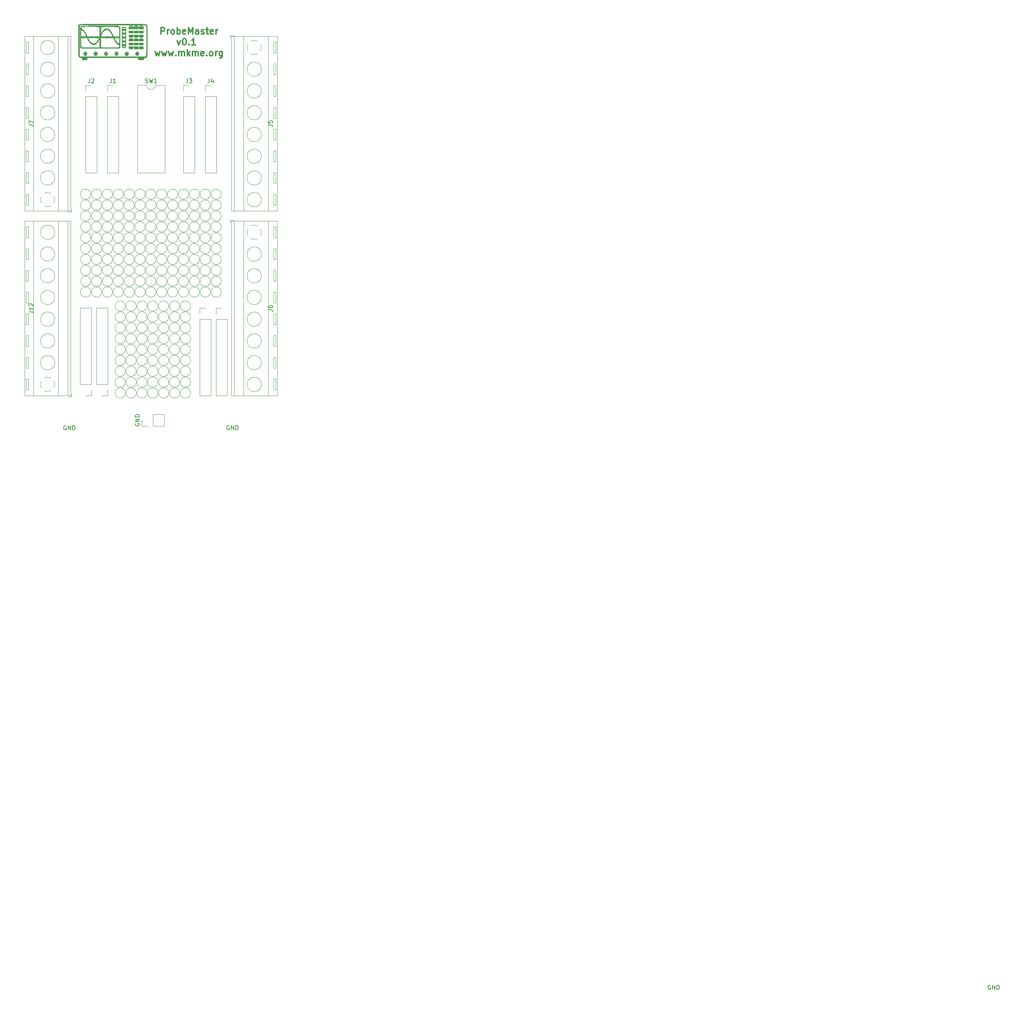
<source format=gbr>
%TF.GenerationSoftware,KiCad,Pcbnew,(5.1.6)-1*%
%TF.CreationDate,2021-07-16T15:07:44-04:00*%
%TF.ProjectId,ProbeMaster,50726f62-654d-4617-9374-65722e6b6963,rev?*%
%TF.SameCoordinates,Original*%
%TF.FileFunction,Legend,Top*%
%TF.FilePolarity,Positive*%
%FSLAX46Y46*%
G04 Gerber Fmt 4.6, Leading zero omitted, Abs format (unit mm)*
G04 Created by KiCad (PCBNEW (5.1.6)-1) date 2021-07-16 15:07:44*
%MOMM*%
%LPD*%
G01*
G04 APERTURE LIST*
%ADD10C,0.150000*%
%ADD11C,0.300000*%
%ADD12C,0.120000*%
%ADD13C,0.010000*%
G04 APERTURE END LIST*
D10*
X171958095Y-144280000D02*
X171862857Y-144232380D01*
X171720000Y-144232380D01*
X171577142Y-144280000D01*
X171481904Y-144375238D01*
X171434285Y-144470476D01*
X171386666Y-144660952D01*
X171386666Y-144803809D01*
X171434285Y-144994285D01*
X171481904Y-145089523D01*
X171577142Y-145184761D01*
X171720000Y-145232380D01*
X171815238Y-145232380D01*
X171958095Y-145184761D01*
X172005714Y-145137142D01*
X172005714Y-144803809D01*
X171815238Y-144803809D01*
X172434285Y-145232380D02*
X172434285Y-144232380D01*
X173005714Y-145232380D01*
X173005714Y-144232380D01*
X173481904Y-145232380D02*
X173481904Y-144232380D01*
X173720000Y-144232380D01*
X173862857Y-144280000D01*
X173958095Y-144375238D01*
X174005714Y-144470476D01*
X174053333Y-144660952D01*
X174053333Y-144803809D01*
X174005714Y-144994285D01*
X173958095Y-145089523D01*
X173862857Y-145184761D01*
X173720000Y-145232380D01*
X173481904Y-145232380D01*
X210058095Y-144280000D02*
X209962857Y-144232380D01*
X209820000Y-144232380D01*
X209677142Y-144280000D01*
X209581904Y-144375238D01*
X209534285Y-144470476D01*
X209486666Y-144660952D01*
X209486666Y-144803809D01*
X209534285Y-144994285D01*
X209581904Y-145089523D01*
X209677142Y-145184761D01*
X209820000Y-145232380D01*
X209915238Y-145232380D01*
X210058095Y-145184761D01*
X210105714Y-145137142D01*
X210105714Y-144803809D01*
X209915238Y-144803809D01*
X210534285Y-145232380D02*
X210534285Y-144232380D01*
X211105714Y-145232380D01*
X211105714Y-144232380D01*
X211581904Y-145232380D02*
X211581904Y-144232380D01*
X211820000Y-144232380D01*
X211962857Y-144280000D01*
X212058095Y-144375238D01*
X212105714Y-144470476D01*
X212153333Y-144660952D01*
X212153333Y-144803809D01*
X212105714Y-144994285D01*
X212058095Y-145089523D01*
X211962857Y-145184761D01*
X211820000Y-145232380D01*
X211581904Y-145232380D01*
D11*
X194124285Y-52738571D02*
X194124285Y-51238571D01*
X194695714Y-51238571D01*
X194838571Y-51310000D01*
X194910000Y-51381428D01*
X194981428Y-51524285D01*
X194981428Y-51738571D01*
X194910000Y-51881428D01*
X194838571Y-51952857D01*
X194695714Y-52024285D01*
X194124285Y-52024285D01*
X195624285Y-52738571D02*
X195624285Y-51738571D01*
X195624285Y-52024285D02*
X195695714Y-51881428D01*
X195767142Y-51810000D01*
X195910000Y-51738571D01*
X196052857Y-51738571D01*
X196767142Y-52738571D02*
X196624285Y-52667142D01*
X196552857Y-52595714D01*
X196481428Y-52452857D01*
X196481428Y-52024285D01*
X196552857Y-51881428D01*
X196624285Y-51810000D01*
X196767142Y-51738571D01*
X196981428Y-51738571D01*
X197124285Y-51810000D01*
X197195714Y-51881428D01*
X197267142Y-52024285D01*
X197267142Y-52452857D01*
X197195714Y-52595714D01*
X197124285Y-52667142D01*
X196981428Y-52738571D01*
X196767142Y-52738571D01*
X197910000Y-52738571D02*
X197910000Y-51238571D01*
X197910000Y-51810000D02*
X198052857Y-51738571D01*
X198338571Y-51738571D01*
X198481428Y-51810000D01*
X198552857Y-51881428D01*
X198624285Y-52024285D01*
X198624285Y-52452857D01*
X198552857Y-52595714D01*
X198481428Y-52667142D01*
X198338571Y-52738571D01*
X198052857Y-52738571D01*
X197910000Y-52667142D01*
X199838571Y-52667142D02*
X199695714Y-52738571D01*
X199410000Y-52738571D01*
X199267142Y-52667142D01*
X199195714Y-52524285D01*
X199195714Y-51952857D01*
X199267142Y-51810000D01*
X199410000Y-51738571D01*
X199695714Y-51738571D01*
X199838571Y-51810000D01*
X199910000Y-51952857D01*
X199910000Y-52095714D01*
X199195714Y-52238571D01*
X200552857Y-52738571D02*
X200552857Y-51238571D01*
X201052857Y-52310000D01*
X201552857Y-51238571D01*
X201552857Y-52738571D01*
X202910000Y-52738571D02*
X202910000Y-51952857D01*
X202838571Y-51810000D01*
X202695714Y-51738571D01*
X202410000Y-51738571D01*
X202267142Y-51810000D01*
X202910000Y-52667142D02*
X202767142Y-52738571D01*
X202410000Y-52738571D01*
X202267142Y-52667142D01*
X202195714Y-52524285D01*
X202195714Y-52381428D01*
X202267142Y-52238571D01*
X202410000Y-52167142D01*
X202767142Y-52167142D01*
X202910000Y-52095714D01*
X203552857Y-52667142D02*
X203695714Y-52738571D01*
X203981428Y-52738571D01*
X204124285Y-52667142D01*
X204195714Y-52524285D01*
X204195714Y-52452857D01*
X204124285Y-52310000D01*
X203981428Y-52238571D01*
X203767142Y-52238571D01*
X203624285Y-52167142D01*
X203552857Y-52024285D01*
X203552857Y-51952857D01*
X203624285Y-51810000D01*
X203767142Y-51738571D01*
X203981428Y-51738571D01*
X204124285Y-51810000D01*
X204624285Y-51738571D02*
X205195714Y-51738571D01*
X204838571Y-51238571D02*
X204838571Y-52524285D01*
X204910000Y-52667142D01*
X205052857Y-52738571D01*
X205195714Y-52738571D01*
X206267142Y-52667142D02*
X206124285Y-52738571D01*
X205838571Y-52738571D01*
X205695714Y-52667142D01*
X205624285Y-52524285D01*
X205624285Y-51952857D01*
X205695714Y-51810000D01*
X205838571Y-51738571D01*
X206124285Y-51738571D01*
X206267142Y-51810000D01*
X206338571Y-51952857D01*
X206338571Y-52095714D01*
X205624285Y-52238571D01*
X206981428Y-52738571D02*
X206981428Y-51738571D01*
X206981428Y-52024285D02*
X207052857Y-51881428D01*
X207124285Y-51810000D01*
X207267142Y-51738571D01*
X207410000Y-51738571D01*
X197945714Y-54288571D02*
X198302857Y-55288571D01*
X198660000Y-54288571D01*
X199517142Y-53788571D02*
X199660000Y-53788571D01*
X199802857Y-53860000D01*
X199874285Y-53931428D01*
X199945714Y-54074285D01*
X200017142Y-54360000D01*
X200017142Y-54717142D01*
X199945714Y-55002857D01*
X199874285Y-55145714D01*
X199802857Y-55217142D01*
X199660000Y-55288571D01*
X199517142Y-55288571D01*
X199374285Y-55217142D01*
X199302857Y-55145714D01*
X199231428Y-55002857D01*
X199160000Y-54717142D01*
X199160000Y-54360000D01*
X199231428Y-54074285D01*
X199302857Y-53931428D01*
X199374285Y-53860000D01*
X199517142Y-53788571D01*
X200660000Y-55145714D02*
X200731428Y-55217142D01*
X200660000Y-55288571D01*
X200588571Y-55217142D01*
X200660000Y-55145714D01*
X200660000Y-55288571D01*
X202160000Y-55288571D02*
X201302857Y-55288571D01*
X201731428Y-55288571D02*
X201731428Y-53788571D01*
X201588571Y-54002857D01*
X201445714Y-54145714D01*
X201302857Y-54217142D01*
X192731428Y-56838571D02*
X193017142Y-57838571D01*
X193302857Y-57124285D01*
X193588571Y-57838571D01*
X193874285Y-56838571D01*
X194302857Y-56838571D02*
X194588571Y-57838571D01*
X194874285Y-57124285D01*
X195160000Y-57838571D01*
X195445714Y-56838571D01*
X195874285Y-56838571D02*
X196160000Y-57838571D01*
X196445714Y-57124285D01*
X196731428Y-57838571D01*
X197017142Y-56838571D01*
X197588571Y-57695714D02*
X197660000Y-57767142D01*
X197588571Y-57838571D01*
X197517142Y-57767142D01*
X197588571Y-57695714D01*
X197588571Y-57838571D01*
X198302857Y-57838571D02*
X198302857Y-56838571D01*
X198302857Y-56981428D02*
X198374285Y-56910000D01*
X198517142Y-56838571D01*
X198731428Y-56838571D01*
X198874285Y-56910000D01*
X198945714Y-57052857D01*
X198945714Y-57838571D01*
X198945714Y-57052857D02*
X199017142Y-56910000D01*
X199160000Y-56838571D01*
X199374285Y-56838571D01*
X199517142Y-56910000D01*
X199588571Y-57052857D01*
X199588571Y-57838571D01*
X200302857Y-57838571D02*
X200302857Y-56338571D01*
X200445714Y-57267142D02*
X200874285Y-57838571D01*
X200874285Y-56838571D02*
X200302857Y-57410000D01*
X201517142Y-57838571D02*
X201517142Y-56838571D01*
X201517142Y-56981428D02*
X201588571Y-56910000D01*
X201731428Y-56838571D01*
X201945714Y-56838571D01*
X202088571Y-56910000D01*
X202160000Y-57052857D01*
X202160000Y-57838571D01*
X202160000Y-57052857D02*
X202231428Y-56910000D01*
X202374285Y-56838571D01*
X202588571Y-56838571D01*
X202731428Y-56910000D01*
X202802857Y-57052857D01*
X202802857Y-57838571D01*
X204088571Y-57767142D02*
X203945714Y-57838571D01*
X203660000Y-57838571D01*
X203517142Y-57767142D01*
X203445714Y-57624285D01*
X203445714Y-57052857D01*
X203517142Y-56910000D01*
X203660000Y-56838571D01*
X203945714Y-56838571D01*
X204088571Y-56910000D01*
X204160000Y-57052857D01*
X204160000Y-57195714D01*
X203445714Y-57338571D01*
X204802857Y-57695714D02*
X204874285Y-57767142D01*
X204802857Y-57838571D01*
X204731428Y-57767142D01*
X204802857Y-57695714D01*
X204802857Y-57838571D01*
X205731428Y-57838571D02*
X205588571Y-57767142D01*
X205517142Y-57695714D01*
X205445714Y-57552857D01*
X205445714Y-57124285D01*
X205517142Y-56981428D01*
X205588571Y-56910000D01*
X205731428Y-56838571D01*
X205945714Y-56838571D01*
X206088571Y-56910000D01*
X206160000Y-56981428D01*
X206231428Y-57124285D01*
X206231428Y-57552857D01*
X206160000Y-57695714D01*
X206088571Y-57767142D01*
X205945714Y-57838571D01*
X205731428Y-57838571D01*
X206874285Y-57838571D02*
X206874285Y-56838571D01*
X206874285Y-57124285D02*
X206945714Y-56981428D01*
X207017142Y-56910000D01*
X207160000Y-56838571D01*
X207302857Y-56838571D01*
X208445714Y-56838571D02*
X208445714Y-58052857D01*
X208374285Y-58195714D01*
X208302857Y-58267142D01*
X208160000Y-58338571D01*
X207945714Y-58338571D01*
X207802857Y-58267142D01*
X208445714Y-57767142D02*
X208302857Y-57838571D01*
X208017142Y-57838571D01*
X207874285Y-57767142D01*
X207802857Y-57695714D01*
X207731428Y-57552857D01*
X207731428Y-57124285D01*
X207802857Y-56981428D01*
X207874285Y-56910000D01*
X208017142Y-56838571D01*
X208302857Y-56838571D01*
X208445714Y-56910000D01*
D12*
%TO.C,*%
X201040000Y-136620000D02*
G75*
G03*
X201040000Y-136620000I-1200000J0D01*
G01*
X198500000Y-136620000D02*
G75*
G03*
X198500000Y-136620000I-1200000J0D01*
G01*
X195960000Y-136620000D02*
G75*
G03*
X195960000Y-136620000I-1200000J0D01*
G01*
X193420000Y-136620000D02*
G75*
G03*
X193420000Y-136620000I-1200000J0D01*
G01*
X190880000Y-136620000D02*
G75*
G03*
X190880000Y-136620000I-1200000J0D01*
G01*
X188340000Y-136620000D02*
G75*
G03*
X188340000Y-136620000I-1200000J0D01*
G01*
X185800000Y-136620000D02*
G75*
G03*
X185800000Y-136620000I-1200000J0D01*
G01*
X201040000Y-134080000D02*
G75*
G03*
X201040000Y-134080000I-1200000J0D01*
G01*
X198500000Y-134080000D02*
G75*
G03*
X198500000Y-134080000I-1200000J0D01*
G01*
X195960000Y-134080000D02*
G75*
G03*
X195960000Y-134080000I-1200000J0D01*
G01*
X193420000Y-134080000D02*
G75*
G03*
X193420000Y-134080000I-1200000J0D01*
G01*
X190880000Y-134080000D02*
G75*
G03*
X190880000Y-134080000I-1200000J0D01*
G01*
X188340000Y-134080000D02*
G75*
G03*
X188340000Y-134080000I-1200000J0D01*
G01*
X185800000Y-134080000D02*
G75*
G03*
X185800000Y-134080000I-1200000J0D01*
G01*
X201040000Y-131540000D02*
G75*
G03*
X201040000Y-131540000I-1200000J0D01*
G01*
X198500000Y-131540000D02*
G75*
G03*
X198500000Y-131540000I-1200000J0D01*
G01*
X195960000Y-131540000D02*
G75*
G03*
X195960000Y-131540000I-1200000J0D01*
G01*
X193420000Y-131540000D02*
G75*
G03*
X193420000Y-131540000I-1200000J0D01*
G01*
X190880000Y-131540000D02*
G75*
G03*
X190880000Y-131540000I-1200000J0D01*
G01*
X188340000Y-131540000D02*
G75*
G03*
X188340000Y-131540000I-1200000J0D01*
G01*
X185800000Y-131540000D02*
G75*
G03*
X185800000Y-131540000I-1200000J0D01*
G01*
X201040000Y-129000000D02*
G75*
G03*
X201040000Y-129000000I-1200000J0D01*
G01*
X198500000Y-129000000D02*
G75*
G03*
X198500000Y-129000000I-1200000J0D01*
G01*
X195960000Y-129000000D02*
G75*
G03*
X195960000Y-129000000I-1200000J0D01*
G01*
X193420000Y-129000000D02*
G75*
G03*
X193420000Y-129000000I-1200000J0D01*
G01*
X190880000Y-129000000D02*
G75*
G03*
X190880000Y-129000000I-1200000J0D01*
G01*
X188340000Y-129000000D02*
G75*
G03*
X188340000Y-129000000I-1200000J0D01*
G01*
X185800000Y-129000000D02*
G75*
G03*
X185800000Y-129000000I-1200000J0D01*
G01*
X201040000Y-126460000D02*
G75*
G03*
X201040000Y-126460000I-1200000J0D01*
G01*
X198500000Y-126460000D02*
G75*
G03*
X198500000Y-126460000I-1200000J0D01*
G01*
X195960000Y-126460000D02*
G75*
G03*
X195960000Y-126460000I-1200000J0D01*
G01*
X193420000Y-126460000D02*
G75*
G03*
X193420000Y-126460000I-1200000J0D01*
G01*
X190880000Y-126460000D02*
G75*
G03*
X190880000Y-126460000I-1200000J0D01*
G01*
X188340000Y-126460000D02*
G75*
G03*
X188340000Y-126460000I-1200000J0D01*
G01*
X185800000Y-126460000D02*
G75*
G03*
X185800000Y-126460000I-1200000J0D01*
G01*
X201040000Y-123920000D02*
G75*
G03*
X201040000Y-123920000I-1200000J0D01*
G01*
X198500000Y-123920000D02*
G75*
G03*
X198500000Y-123920000I-1200000J0D01*
G01*
X195960000Y-123920000D02*
G75*
G03*
X195960000Y-123920000I-1200000J0D01*
G01*
X193420000Y-123920000D02*
G75*
G03*
X193420000Y-123920000I-1200000J0D01*
G01*
X190880000Y-123920000D02*
G75*
G03*
X190880000Y-123920000I-1200000J0D01*
G01*
X188340000Y-123920000D02*
G75*
G03*
X188340000Y-123920000I-1200000J0D01*
G01*
X185800000Y-123920000D02*
G75*
G03*
X185800000Y-123920000I-1200000J0D01*
G01*
X201040000Y-121380000D02*
G75*
G03*
X201040000Y-121380000I-1200000J0D01*
G01*
X198500000Y-121380000D02*
G75*
G03*
X198500000Y-121380000I-1200000J0D01*
G01*
X195960000Y-121380000D02*
G75*
G03*
X195960000Y-121380000I-1200000J0D01*
G01*
X193420000Y-121380000D02*
G75*
G03*
X193420000Y-121380000I-1200000J0D01*
G01*
X190880000Y-121380000D02*
G75*
G03*
X190880000Y-121380000I-1200000J0D01*
G01*
X188340000Y-121380000D02*
G75*
G03*
X188340000Y-121380000I-1200000J0D01*
G01*
X185800000Y-121380000D02*
G75*
G03*
X185800000Y-121380000I-1200000J0D01*
G01*
X201040000Y-118840000D02*
G75*
G03*
X201040000Y-118840000I-1200000J0D01*
G01*
X198500000Y-118840000D02*
G75*
G03*
X198500000Y-118840000I-1200000J0D01*
G01*
X195960000Y-118840000D02*
G75*
G03*
X195960000Y-118840000I-1200000J0D01*
G01*
X193420000Y-118840000D02*
G75*
G03*
X193420000Y-118840000I-1200000J0D01*
G01*
X190880000Y-118840000D02*
G75*
G03*
X190880000Y-118840000I-1200000J0D01*
G01*
X188340000Y-118840000D02*
G75*
G03*
X188340000Y-118840000I-1200000J0D01*
G01*
X185800000Y-118840000D02*
G75*
G03*
X185800000Y-118840000I-1200000J0D01*
G01*
X201040000Y-116300000D02*
G75*
G03*
X201040000Y-116300000I-1200000J0D01*
G01*
X198500000Y-116300000D02*
G75*
G03*
X198500000Y-116300000I-1200000J0D01*
G01*
X195960000Y-116300000D02*
G75*
G03*
X195960000Y-116300000I-1200000J0D01*
G01*
X193420000Y-116300000D02*
G75*
G03*
X193420000Y-116300000I-1200000J0D01*
G01*
X190880000Y-116300000D02*
G75*
G03*
X190880000Y-116300000I-1200000J0D01*
G01*
X188340000Y-116300000D02*
G75*
G03*
X188340000Y-116300000I-1200000J0D01*
G01*
X185800000Y-116300000D02*
G75*
G03*
X185800000Y-116300000I-1200000J0D01*
G01*
%TO.C,J5*%
X217580000Y-60960000D02*
G75*
G03*
X217580000Y-60960000I-1680000J0D01*
G01*
X217580000Y-66040000D02*
G75*
G03*
X217580000Y-66040000I-1680000J0D01*
G01*
X217580000Y-71120000D02*
G75*
G03*
X217580000Y-71120000I-1680000J0D01*
G01*
X217580000Y-76200000D02*
G75*
G03*
X217580000Y-76200000I-1680000J0D01*
G01*
X217580000Y-81280000D02*
G75*
G03*
X217580000Y-81280000I-1680000J0D01*
G01*
X217580000Y-86360000D02*
G75*
G03*
X217580000Y-86360000I-1680000J0D01*
G01*
X217580000Y-91440000D02*
G75*
G03*
X217580000Y-91440000I-1680000J0D01*
G01*
X211200000Y-53280000D02*
X211200000Y-94040000D01*
X213400000Y-53280000D02*
X213400000Y-94040000D01*
X219200000Y-53280000D02*
X219200000Y-94040000D01*
X221260000Y-53280000D02*
X221260000Y-94040000D01*
X210540000Y-53280000D02*
X210540000Y-94040000D01*
X221260000Y-53280000D02*
X210540000Y-53280000D01*
X221260000Y-94040000D02*
X210540000Y-94040000D01*
X220950000Y-54630000D02*
X220950000Y-57130000D01*
X220450000Y-54630000D02*
X220450000Y-57130000D01*
X220950000Y-54630000D02*
X220450000Y-54630000D01*
X220950000Y-57130000D02*
X220450000Y-57130000D01*
X216969000Y-62235000D02*
X216876000Y-62141000D01*
X214684000Y-59950000D02*
X214626000Y-59891000D01*
X217175000Y-62030000D02*
X217116000Y-61971000D01*
X214924000Y-59780000D02*
X214831000Y-59686000D01*
X220950000Y-59710000D02*
X220950000Y-62210000D01*
X220450000Y-59710000D02*
X220450000Y-62210000D01*
X220950000Y-59710000D02*
X220450000Y-59710000D01*
X220950000Y-62210000D02*
X220450000Y-62210000D01*
X216969000Y-67315000D02*
X216876000Y-67221000D01*
X214684000Y-65030000D02*
X214626000Y-64971000D01*
X217175000Y-67110000D02*
X217116000Y-67051000D01*
X214924000Y-64860000D02*
X214831000Y-64766000D01*
X220950000Y-64790000D02*
X220950000Y-67290000D01*
X220450000Y-64790000D02*
X220450000Y-67290000D01*
X220950000Y-64790000D02*
X220450000Y-64790000D01*
X220950000Y-67290000D02*
X220450000Y-67290000D01*
X216969000Y-72395000D02*
X216876000Y-72301000D01*
X214684000Y-70110000D02*
X214626000Y-70051000D01*
X217175000Y-72190000D02*
X217116000Y-72131000D01*
X214924000Y-69940000D02*
X214831000Y-69846000D01*
X220950000Y-69870000D02*
X220950000Y-72370000D01*
X220450000Y-69870000D02*
X220450000Y-72370000D01*
X220950000Y-69870000D02*
X220450000Y-69870000D01*
X220950000Y-72370000D02*
X220450000Y-72370000D01*
X216969000Y-77475000D02*
X216876000Y-77381000D01*
X214684000Y-75190000D02*
X214626000Y-75131000D01*
X217175000Y-77270000D02*
X217116000Y-77211000D01*
X214924000Y-75020000D02*
X214831000Y-74926000D01*
X220950000Y-74950000D02*
X220950000Y-77450000D01*
X220450000Y-74950000D02*
X220450000Y-77450000D01*
X220950000Y-74950000D02*
X220450000Y-74950000D01*
X220950000Y-77450000D02*
X220450000Y-77450000D01*
X216969000Y-82555000D02*
X216876000Y-82461000D01*
X214684000Y-80270000D02*
X214626000Y-80211000D01*
X217175000Y-82350000D02*
X217116000Y-82291000D01*
X214924000Y-80100000D02*
X214831000Y-80006000D01*
X220950000Y-80030000D02*
X220950000Y-82530000D01*
X220450000Y-80030000D02*
X220450000Y-82530000D01*
X220950000Y-80030000D02*
X220450000Y-80030000D01*
X220950000Y-82530000D02*
X220450000Y-82530000D01*
X216969000Y-87635000D02*
X216876000Y-87541000D01*
X214684000Y-85350000D02*
X214626000Y-85291000D01*
X217175000Y-87430000D02*
X217116000Y-87371000D01*
X214924000Y-85180000D02*
X214831000Y-85086000D01*
X220950000Y-85110000D02*
X220950000Y-87610000D01*
X220450000Y-85110000D02*
X220450000Y-87610000D01*
X220950000Y-85110000D02*
X220450000Y-85110000D01*
X220950000Y-87610000D02*
X220450000Y-87610000D01*
X216969000Y-92715000D02*
X216876000Y-92621000D01*
X214684000Y-90430000D02*
X214626000Y-90371000D01*
X217175000Y-92510000D02*
X217116000Y-92451000D01*
X214924000Y-90260000D02*
X214831000Y-90166000D01*
X220950000Y-90190000D02*
X220950000Y-92690000D01*
X220450000Y-90190000D02*
X220450000Y-92690000D01*
X220950000Y-90190000D02*
X220450000Y-90190000D01*
X220950000Y-92690000D02*
X220450000Y-92690000D01*
X211140000Y-53040000D02*
X210300000Y-53040000D01*
X210300000Y-53040000D02*
X210300000Y-53640000D01*
X214416648Y-56668712D02*
G75*
G02*
X214220000Y-55880000I1483352J788712D01*
G01*
X216689088Y-57363953D02*
G75*
G02*
X215111000Y-57364000I-789088J1483953D01*
G01*
X217383953Y-55090912D02*
G75*
G02*
X217384000Y-56669000I-1483953J-789088D01*
G01*
X215110912Y-54396047D02*
G75*
G02*
X216689000Y-54396000I789088J-1483953D01*
G01*
X214219550Y-55909383D02*
G75*
G02*
X214416000Y-55091000I1680450J29383D01*
G01*
D13*
%TO.C,G\u002A\u002A\u002A*%
G36*
X185826542Y-50376811D02*
G01*
X186618560Y-50377446D01*
X187320154Y-50378703D01*
X187936939Y-50380776D01*
X188474532Y-50383863D01*
X188938548Y-50388160D01*
X189334603Y-50393863D01*
X189668314Y-50401168D01*
X189945296Y-50410272D01*
X190171166Y-50421370D01*
X190351539Y-50434660D01*
X190492032Y-50450337D01*
X190598260Y-50468598D01*
X190675840Y-50489640D01*
X190730388Y-50513657D01*
X190767519Y-50540847D01*
X190792850Y-50571406D01*
X190811996Y-50605530D01*
X190830575Y-50643416D01*
X190836993Y-50655763D01*
X190848900Y-50733711D01*
X190859493Y-50912747D01*
X190868775Y-51181078D01*
X190876743Y-51526911D01*
X190883400Y-51938452D01*
X190888744Y-52403909D01*
X190892775Y-52911489D01*
X190895494Y-53449397D01*
X190896901Y-54005842D01*
X190896995Y-54569029D01*
X190895777Y-55127166D01*
X190893246Y-55668459D01*
X190889403Y-56181116D01*
X190884247Y-56653342D01*
X190877779Y-57073346D01*
X190869999Y-57429334D01*
X190860906Y-57709512D01*
X190850501Y-57902088D01*
X190838783Y-57995268D01*
X190836993Y-57999793D01*
X190715645Y-58128648D01*
X190527230Y-58228755D01*
X190317412Y-58277353D01*
X190277025Y-58278889D01*
X190158344Y-58291049D01*
X190111757Y-58351030D01*
X190104025Y-58462334D01*
X190097193Y-58601662D01*
X190065783Y-58694453D01*
X189991087Y-58749291D01*
X189854394Y-58774761D01*
X189636994Y-58779449D01*
X189422939Y-58774857D01*
X188834889Y-58758667D01*
X188817532Y-58518778D01*
X188800176Y-58278889D01*
X176903380Y-58278889D01*
X176886023Y-58518778D01*
X176868667Y-58758667D01*
X176261889Y-58774688D01*
X175655111Y-58790708D01*
X175655111Y-58534799D01*
X175650450Y-58377901D01*
X175622541Y-58303309D01*
X175550499Y-58280467D01*
X175480197Y-58278889D01*
X175256332Y-58242557D01*
X175050567Y-58147482D01*
X174903075Y-58014551D01*
X174872710Y-57963069D01*
X174859846Y-57879149D01*
X174848318Y-57694673D01*
X174838135Y-57421492D01*
X174829309Y-57071454D01*
X174821849Y-56656411D01*
X174815764Y-56188212D01*
X174811066Y-55678706D01*
X174807763Y-55139743D01*
X174805866Y-54583174D01*
X174805385Y-54020847D01*
X174806329Y-53464614D01*
X174808709Y-52926323D01*
X174812535Y-52417824D01*
X174817816Y-51950968D01*
X174824563Y-51537603D01*
X174832785Y-51189581D01*
X174842493Y-50918750D01*
X174851156Y-50778179D01*
X175034222Y-50778179D01*
X175034222Y-54319690D01*
X175034759Y-55085922D01*
X175036446Y-55745506D01*
X175039402Y-56304678D01*
X175043742Y-56769673D01*
X175049584Y-57146727D01*
X175057046Y-57442075D01*
X175066244Y-57661955D01*
X175077294Y-57812600D01*
X175090315Y-57900248D01*
X175101956Y-57928934D01*
X175137281Y-57939007D01*
X175225053Y-57948120D01*
X175369659Y-57956311D01*
X175575490Y-57963619D01*
X175846936Y-57970081D01*
X176188386Y-57975737D01*
X176604230Y-57980624D01*
X177098858Y-57984781D01*
X177676659Y-57988246D01*
X178342024Y-57991058D01*
X179099341Y-57993254D01*
X179953000Y-57994874D01*
X180907392Y-57995955D01*
X181966905Y-57996536D01*
X182856155Y-57996667D01*
X183946257Y-57996591D01*
X184929049Y-57996320D01*
X185810111Y-57995787D01*
X186595022Y-57994923D01*
X187289361Y-57993663D01*
X187898708Y-57991940D01*
X188428642Y-57989685D01*
X188884742Y-57986832D01*
X189272587Y-57983315D01*
X189597757Y-57979065D01*
X189865832Y-57974017D01*
X190082390Y-57968102D01*
X190253010Y-57961254D01*
X190383273Y-57953406D01*
X190478757Y-57944491D01*
X190545041Y-57934441D01*
X190587705Y-57923190D01*
X190612328Y-57910671D01*
X190620089Y-57903358D01*
X190636797Y-57865707D01*
X190651259Y-57790647D01*
X190663689Y-57670324D01*
X190674300Y-57496887D01*
X190683306Y-57262482D01*
X190690921Y-56959257D01*
X190697357Y-56579360D01*
X190702830Y-56114938D01*
X190707551Y-55558138D01*
X190711735Y-54901109D01*
X190714123Y-54446136D01*
X190716596Y-53835208D01*
X190717916Y-53254202D01*
X190718127Y-52713597D01*
X190717272Y-52223869D01*
X190715398Y-51795498D01*
X190712548Y-51438961D01*
X190708767Y-51164737D01*
X190704100Y-50983302D01*
X190699074Y-50907411D01*
X190620381Y-50737463D01*
X190524628Y-50667522D01*
X190470989Y-50657537D01*
X190353479Y-50648503D01*
X190168264Y-50640387D01*
X189911508Y-50633158D01*
X189579376Y-50626782D01*
X189168033Y-50621227D01*
X188673645Y-50616461D01*
X188092376Y-50612452D01*
X187420392Y-50609166D01*
X186653858Y-50606571D01*
X185788938Y-50604635D01*
X184821798Y-50603326D01*
X183748602Y-50602611D01*
X182833459Y-50602445D01*
X181748902Y-50602545D01*
X180771633Y-50602889D01*
X179896048Y-50603540D01*
X179116546Y-50604564D01*
X178427525Y-50606023D01*
X177823383Y-50607982D01*
X177298518Y-50610506D01*
X176847329Y-50613657D01*
X176464212Y-50617502D01*
X176143567Y-50622103D01*
X175879791Y-50627524D01*
X175667283Y-50633831D01*
X175500440Y-50641087D01*
X175373660Y-50649356D01*
X175281343Y-50658702D01*
X175217884Y-50669190D01*
X175177684Y-50680884D01*
X175159670Y-50690312D01*
X175034222Y-50778179D01*
X174851156Y-50778179D01*
X174853697Y-50736961D01*
X174866406Y-50656063D01*
X174866562Y-50655763D01*
X174886086Y-50616689D01*
X174904464Y-50581437D01*
X174927311Y-50549811D01*
X174960244Y-50521613D01*
X175008878Y-50496648D01*
X175078831Y-50474719D01*
X175175717Y-50455630D01*
X175305153Y-50439184D01*
X175472755Y-50425186D01*
X175684139Y-50413440D01*
X175944920Y-50403748D01*
X176260716Y-50395914D01*
X176637141Y-50389743D01*
X177079813Y-50385038D01*
X177594346Y-50381602D01*
X178186358Y-50379240D01*
X178861463Y-50377755D01*
X179625279Y-50376951D01*
X180483421Y-50376631D01*
X181441504Y-50376600D01*
X182505146Y-50376660D01*
X182851778Y-50376667D01*
X183948766Y-50376617D01*
X184938482Y-50376600D01*
X185826542Y-50376811D01*
G37*
X185826542Y-50376811D02*
X186618560Y-50377446D01*
X187320154Y-50378703D01*
X187936939Y-50380776D01*
X188474532Y-50383863D01*
X188938548Y-50388160D01*
X189334603Y-50393863D01*
X189668314Y-50401168D01*
X189945296Y-50410272D01*
X190171166Y-50421370D01*
X190351539Y-50434660D01*
X190492032Y-50450337D01*
X190598260Y-50468598D01*
X190675840Y-50489640D01*
X190730388Y-50513657D01*
X190767519Y-50540847D01*
X190792850Y-50571406D01*
X190811996Y-50605530D01*
X190830575Y-50643416D01*
X190836993Y-50655763D01*
X190848900Y-50733711D01*
X190859493Y-50912747D01*
X190868775Y-51181078D01*
X190876743Y-51526911D01*
X190883400Y-51938452D01*
X190888744Y-52403909D01*
X190892775Y-52911489D01*
X190895494Y-53449397D01*
X190896901Y-54005842D01*
X190896995Y-54569029D01*
X190895777Y-55127166D01*
X190893246Y-55668459D01*
X190889403Y-56181116D01*
X190884247Y-56653342D01*
X190877779Y-57073346D01*
X190869999Y-57429334D01*
X190860906Y-57709512D01*
X190850501Y-57902088D01*
X190838783Y-57995268D01*
X190836993Y-57999793D01*
X190715645Y-58128648D01*
X190527230Y-58228755D01*
X190317412Y-58277353D01*
X190277025Y-58278889D01*
X190158344Y-58291049D01*
X190111757Y-58351030D01*
X190104025Y-58462334D01*
X190097193Y-58601662D01*
X190065783Y-58694453D01*
X189991087Y-58749291D01*
X189854394Y-58774761D01*
X189636994Y-58779449D01*
X189422939Y-58774857D01*
X188834889Y-58758667D01*
X188817532Y-58518778D01*
X188800176Y-58278889D01*
X176903380Y-58278889D01*
X176886023Y-58518778D01*
X176868667Y-58758667D01*
X176261889Y-58774688D01*
X175655111Y-58790708D01*
X175655111Y-58534799D01*
X175650450Y-58377901D01*
X175622541Y-58303309D01*
X175550499Y-58280467D01*
X175480197Y-58278889D01*
X175256332Y-58242557D01*
X175050567Y-58147482D01*
X174903075Y-58014551D01*
X174872710Y-57963069D01*
X174859846Y-57879149D01*
X174848318Y-57694673D01*
X174838135Y-57421492D01*
X174829309Y-57071454D01*
X174821849Y-56656411D01*
X174815764Y-56188212D01*
X174811066Y-55678706D01*
X174807763Y-55139743D01*
X174805866Y-54583174D01*
X174805385Y-54020847D01*
X174806329Y-53464614D01*
X174808709Y-52926323D01*
X174812535Y-52417824D01*
X174817816Y-51950968D01*
X174824563Y-51537603D01*
X174832785Y-51189581D01*
X174842493Y-50918750D01*
X174851156Y-50778179D01*
X175034222Y-50778179D01*
X175034222Y-54319690D01*
X175034759Y-55085922D01*
X175036446Y-55745506D01*
X175039402Y-56304678D01*
X175043742Y-56769673D01*
X175049584Y-57146727D01*
X175057046Y-57442075D01*
X175066244Y-57661955D01*
X175077294Y-57812600D01*
X175090315Y-57900248D01*
X175101956Y-57928934D01*
X175137281Y-57939007D01*
X175225053Y-57948120D01*
X175369659Y-57956311D01*
X175575490Y-57963619D01*
X175846936Y-57970081D01*
X176188386Y-57975737D01*
X176604230Y-57980624D01*
X177098858Y-57984781D01*
X177676659Y-57988246D01*
X178342024Y-57991058D01*
X179099341Y-57993254D01*
X179953000Y-57994874D01*
X180907392Y-57995955D01*
X181966905Y-57996536D01*
X182856155Y-57996667D01*
X183946257Y-57996591D01*
X184929049Y-57996320D01*
X185810111Y-57995787D01*
X186595022Y-57994923D01*
X187289361Y-57993663D01*
X187898708Y-57991940D01*
X188428642Y-57989685D01*
X188884742Y-57986832D01*
X189272587Y-57983315D01*
X189597757Y-57979065D01*
X189865832Y-57974017D01*
X190082390Y-57968102D01*
X190253010Y-57961254D01*
X190383273Y-57953406D01*
X190478757Y-57944491D01*
X190545041Y-57934441D01*
X190587705Y-57923190D01*
X190612328Y-57910671D01*
X190620089Y-57903358D01*
X190636797Y-57865707D01*
X190651259Y-57790647D01*
X190663689Y-57670324D01*
X190674300Y-57496887D01*
X190683306Y-57262482D01*
X190690921Y-56959257D01*
X190697357Y-56579360D01*
X190702830Y-56114938D01*
X190707551Y-55558138D01*
X190711735Y-54901109D01*
X190714123Y-54446136D01*
X190716596Y-53835208D01*
X190717916Y-53254202D01*
X190718127Y-52713597D01*
X190717272Y-52223869D01*
X190715398Y-51795498D01*
X190712548Y-51438961D01*
X190708767Y-51164737D01*
X190704100Y-50983302D01*
X190699074Y-50907411D01*
X190620381Y-50737463D01*
X190524628Y-50667522D01*
X190470989Y-50657537D01*
X190353479Y-50648503D01*
X190168264Y-50640387D01*
X189911508Y-50633158D01*
X189579376Y-50626782D01*
X189168033Y-50621227D01*
X188673645Y-50616461D01*
X188092376Y-50612452D01*
X187420392Y-50609166D01*
X186653858Y-50606571D01*
X185788938Y-50604635D01*
X184821798Y-50603326D01*
X183748602Y-50602611D01*
X182833459Y-50602445D01*
X181748902Y-50602545D01*
X180771633Y-50602889D01*
X179896048Y-50603540D01*
X179116546Y-50604564D01*
X178427525Y-50606023D01*
X177823383Y-50607982D01*
X177298518Y-50610506D01*
X176847329Y-50613657D01*
X176464212Y-50617502D01*
X176143567Y-50622103D01*
X175879791Y-50627524D01*
X175667283Y-50633831D01*
X175500440Y-50641087D01*
X175373660Y-50649356D01*
X175281343Y-50658702D01*
X175217884Y-50669190D01*
X175177684Y-50680884D01*
X175159670Y-50690312D01*
X175034222Y-50778179D01*
X174851156Y-50778179D01*
X174853697Y-50736961D01*
X174866406Y-50656063D01*
X174866562Y-50655763D01*
X174886086Y-50616689D01*
X174904464Y-50581437D01*
X174927311Y-50549811D01*
X174960244Y-50521613D01*
X175008878Y-50496648D01*
X175078831Y-50474719D01*
X175175717Y-50455630D01*
X175305153Y-50439184D01*
X175472755Y-50425186D01*
X175684139Y-50413440D01*
X175944920Y-50403748D01*
X176260716Y-50395914D01*
X176637141Y-50389743D01*
X177079813Y-50385038D01*
X177594346Y-50381602D01*
X178186358Y-50379240D01*
X178861463Y-50377755D01*
X179625279Y-50376951D01*
X180483421Y-50376631D01*
X181441504Y-50376600D01*
X182505146Y-50376660D01*
X182851778Y-50376667D01*
X183948766Y-50376617D01*
X184938482Y-50376600D01*
X185826542Y-50376811D01*
G36*
X176525573Y-56885763D02*
G01*
X176550757Y-56900569D01*
X176726196Y-57057301D01*
X176802842Y-57246854D01*
X176780094Y-57446346D01*
X176657349Y-57632898D01*
X176571932Y-57704682D01*
X176459777Y-57777850D01*
X176379606Y-57789448D01*
X176276416Y-57740531D01*
X176227939Y-57711291D01*
X176048265Y-57552068D01*
X175973715Y-57367193D01*
X175974146Y-57364438D01*
X176116725Y-57364438D01*
X176165097Y-57492378D01*
X176264715Y-57574558D01*
X176412619Y-57601484D01*
X176556009Y-57568163D01*
X176603378Y-57533822D01*
X176669423Y-57397265D01*
X176656359Y-57234866D01*
X176571444Y-57093481D01*
X176530000Y-57060143D01*
X176419527Y-57000421D01*
X176332664Y-57010080D01*
X176247778Y-57060143D01*
X176130226Y-57193211D01*
X176116725Y-57364438D01*
X175974146Y-57364438D01*
X176004290Y-57172166D01*
X176139993Y-56982490D01*
X176227812Y-56908538D01*
X176333988Y-56838577D01*
X176414565Y-56831447D01*
X176525573Y-56885763D01*
G37*
X176525573Y-56885763D02*
X176550757Y-56900569D01*
X176726196Y-57057301D01*
X176802842Y-57246854D01*
X176780094Y-57446346D01*
X176657349Y-57632898D01*
X176571932Y-57704682D01*
X176459777Y-57777850D01*
X176379606Y-57789448D01*
X176276416Y-57740531D01*
X176227939Y-57711291D01*
X176048265Y-57552068D01*
X175973715Y-57367193D01*
X175974146Y-57364438D01*
X176116725Y-57364438D01*
X176165097Y-57492378D01*
X176264715Y-57574558D01*
X176412619Y-57601484D01*
X176556009Y-57568163D01*
X176603378Y-57533822D01*
X176669423Y-57397265D01*
X176656359Y-57234866D01*
X176571444Y-57093481D01*
X176530000Y-57060143D01*
X176419527Y-57000421D01*
X176332664Y-57010080D01*
X176247778Y-57060143D01*
X176130226Y-57193211D01*
X176116725Y-57364438D01*
X175974146Y-57364438D01*
X176004290Y-57172166D01*
X176139993Y-56982490D01*
X176227812Y-56908538D01*
X176333988Y-56838577D01*
X176414565Y-56831447D01*
X176525573Y-56885763D01*
G36*
X179014222Y-56924634D02*
G01*
X179182084Y-57081648D01*
X179252454Y-57267885D01*
X179227140Y-57458863D01*
X179107946Y-57630102D01*
X178954630Y-57732483D01*
X178760867Y-57824882D01*
X178562656Y-57626671D01*
X178414809Y-57439845D01*
X178385674Y-57321642D01*
X178549245Y-57321642D01*
X178587409Y-57483410D01*
X178691063Y-57572777D01*
X178841676Y-57602491D01*
X178986904Y-57566597D01*
X179030489Y-57533822D01*
X179099923Y-57401940D01*
X179090613Y-57255215D01*
X179021011Y-57122163D01*
X178909568Y-57031303D01*
X178774734Y-57011149D01*
X178707563Y-57034729D01*
X178591926Y-57153811D01*
X178549245Y-57321642D01*
X178385674Y-57321642D01*
X178373533Y-57272389D01*
X178440313Y-57111931D01*
X178616639Y-56946096D01*
X178647123Y-56923897D01*
X178817143Y-56802833D01*
X179014222Y-56924634D01*
G37*
X179014222Y-56924634D02*
X179182084Y-57081648D01*
X179252454Y-57267885D01*
X179227140Y-57458863D01*
X179107946Y-57630102D01*
X178954630Y-57732483D01*
X178760867Y-57824882D01*
X178562656Y-57626671D01*
X178414809Y-57439845D01*
X178385674Y-57321642D01*
X178549245Y-57321642D01*
X178587409Y-57483410D01*
X178691063Y-57572777D01*
X178841676Y-57602491D01*
X178986904Y-57566597D01*
X179030489Y-57533822D01*
X179099923Y-57401940D01*
X179090613Y-57255215D01*
X179021011Y-57122163D01*
X178909568Y-57031303D01*
X178774734Y-57011149D01*
X178707563Y-57034729D01*
X178591926Y-57153811D01*
X178549245Y-57321642D01*
X178385674Y-57321642D01*
X178373533Y-57272389D01*
X178440313Y-57111931D01*
X178616639Y-56946096D01*
X178647123Y-56923897D01*
X178817143Y-56802833D01*
X179014222Y-56924634D01*
G36*
X181492378Y-56984083D02*
G01*
X181645191Y-57171571D01*
X181687137Y-57361271D01*
X181619644Y-57543818D01*
X181444139Y-57709847D01*
X181375286Y-57752413D01*
X181273737Y-57786220D01*
X181161671Y-57755628D01*
X181080126Y-57710054D01*
X180902221Y-57551475D01*
X180827484Y-57367913D01*
X180830754Y-57345534D01*
X180958497Y-57345534D01*
X180998274Y-57495528D01*
X181028622Y-57533822D01*
X181165117Y-57599810D01*
X181327508Y-57586842D01*
X181468795Y-57502160D01*
X181502016Y-57460880D01*
X181564413Y-57310275D01*
X181526436Y-57182948D01*
X181387256Y-57062131D01*
X181275727Y-57001233D01*
X181189529Y-57008941D01*
X181102000Y-57060143D01*
X180995492Y-57184787D01*
X180958497Y-57345534D01*
X180830754Y-57345534D01*
X180855167Y-57178492D01*
X180984523Y-57002335D01*
X181111378Y-56910528D01*
X181290089Y-56806471D01*
X181492378Y-56984083D01*
G37*
X181492378Y-56984083D02*
X181645191Y-57171571D01*
X181687137Y-57361271D01*
X181619644Y-57543818D01*
X181444139Y-57709847D01*
X181375286Y-57752413D01*
X181273737Y-57786220D01*
X181161671Y-57755628D01*
X181080126Y-57710054D01*
X180902221Y-57551475D01*
X180827484Y-57367913D01*
X180830754Y-57345534D01*
X180958497Y-57345534D01*
X180998274Y-57495528D01*
X181028622Y-57533822D01*
X181165117Y-57599810D01*
X181327508Y-57586842D01*
X181468795Y-57502160D01*
X181502016Y-57460880D01*
X181564413Y-57310275D01*
X181526436Y-57182948D01*
X181387256Y-57062131D01*
X181275727Y-57001233D01*
X181189529Y-57008941D01*
X181102000Y-57060143D01*
X180995492Y-57184787D01*
X180958497Y-57345534D01*
X180830754Y-57345534D01*
X180855167Y-57178492D01*
X180984523Y-57002335D01*
X181111378Y-56910528D01*
X181290089Y-56806471D01*
X181492378Y-56984083D01*
G36*
X183860385Y-56919653D02*
G01*
X184027115Y-57077016D01*
X184099473Y-57266746D01*
X184077724Y-57462090D01*
X183962133Y-57636296D01*
X183852485Y-57716945D01*
X183720206Y-57772043D01*
X183605573Y-57755170D01*
X183558295Y-57733406D01*
X183373149Y-57593049D01*
X183285398Y-57401136D01*
X183278465Y-57321642D01*
X183403467Y-57321642D01*
X183441631Y-57483410D01*
X183545285Y-57572777D01*
X183695898Y-57602491D01*
X183841127Y-57566597D01*
X183884711Y-57533822D01*
X183954145Y-57401940D01*
X183944835Y-57255215D01*
X183875233Y-57122163D01*
X183763790Y-57031303D01*
X183628956Y-57011149D01*
X183561785Y-57034729D01*
X183446149Y-57153811D01*
X183403467Y-57321642D01*
X183278465Y-57321642D01*
X183275111Y-57283196D01*
X183299862Y-57137849D01*
X183391110Y-57016316D01*
X183471149Y-56949776D01*
X183667187Y-56800250D01*
X183860385Y-56919653D01*
G37*
X183860385Y-56919653D02*
X184027115Y-57077016D01*
X184099473Y-57266746D01*
X184077724Y-57462090D01*
X183962133Y-57636296D01*
X183852485Y-57716945D01*
X183720206Y-57772043D01*
X183605573Y-57755170D01*
X183558295Y-57733406D01*
X183373149Y-57593049D01*
X183285398Y-57401136D01*
X183278465Y-57321642D01*
X183403467Y-57321642D01*
X183441631Y-57483410D01*
X183545285Y-57572777D01*
X183695898Y-57602491D01*
X183841127Y-57566597D01*
X183884711Y-57533822D01*
X183954145Y-57401940D01*
X183944835Y-57255215D01*
X183875233Y-57122163D01*
X183763790Y-57031303D01*
X183628956Y-57011149D01*
X183561785Y-57034729D01*
X183446149Y-57153811D01*
X183403467Y-57321642D01*
X183278465Y-57321642D01*
X183275111Y-57283196D01*
X183299862Y-57137849D01*
X183391110Y-57016316D01*
X183471149Y-56949776D01*
X183667187Y-56800250D01*
X183860385Y-56919653D01*
G36*
X186248996Y-56895743D02*
G01*
X186292559Y-56922792D01*
X186463651Y-57082972D01*
X186538486Y-57272043D01*
X186517221Y-57465229D01*
X186400010Y-57637748D01*
X186287578Y-57718883D01*
X186163181Y-57779937D01*
X186072829Y-57782079D01*
X185956958Y-57723725D01*
X185933394Y-57709473D01*
X185755180Y-57550137D01*
X185679893Y-57365150D01*
X185681473Y-57354221D01*
X185826424Y-57354221D01*
X185885133Y-57489433D01*
X185997493Y-57575671D01*
X186156518Y-57600032D01*
X186309715Y-57554602D01*
X186311194Y-57553671D01*
X186388403Y-57446469D01*
X186391732Y-57298636D01*
X186325900Y-57150580D01*
X186255786Y-57078920D01*
X186145108Y-57004783D01*
X186064726Y-56999338D01*
X185959453Y-57058026D01*
X185839505Y-57190102D01*
X185826424Y-57354221D01*
X185681473Y-57354221D01*
X185707405Y-57174936D01*
X185837584Y-56999920D01*
X185938375Y-56926165D01*
X186062890Y-56856868D01*
X186147747Y-56846905D01*
X186248996Y-56895743D01*
G37*
X186248996Y-56895743D02*
X186292559Y-56922792D01*
X186463651Y-57082972D01*
X186538486Y-57272043D01*
X186517221Y-57465229D01*
X186400010Y-57637748D01*
X186287578Y-57718883D01*
X186163181Y-57779937D01*
X186072829Y-57782079D01*
X185956958Y-57723725D01*
X185933394Y-57709473D01*
X185755180Y-57550137D01*
X185679893Y-57365150D01*
X185681473Y-57354221D01*
X185826424Y-57354221D01*
X185885133Y-57489433D01*
X185997493Y-57575671D01*
X186156518Y-57600032D01*
X186309715Y-57554602D01*
X186311194Y-57553671D01*
X186388403Y-57446469D01*
X186391732Y-57298636D01*
X186325900Y-57150580D01*
X186255786Y-57078920D01*
X186145108Y-57004783D01*
X186064726Y-56999338D01*
X185959453Y-57058026D01*
X185839505Y-57190102D01*
X185826424Y-57354221D01*
X185681473Y-57354221D01*
X185707405Y-57174936D01*
X185837584Y-56999920D01*
X185938375Y-56926165D01*
X186062890Y-56856868D01*
X186147747Y-56846905D01*
X186248996Y-56895743D01*
G36*
X188659000Y-56880181D02*
G01*
X188716181Y-56912922D01*
X188851115Y-57024247D01*
X188939798Y-57154854D01*
X188942394Y-57161808D01*
X188960809Y-57345527D01*
X188903618Y-57521375D01*
X188791773Y-57665526D01*
X188646223Y-57754152D01*
X188487918Y-57763423D01*
X188431687Y-57742669D01*
X188252732Y-57634500D01*
X188161927Y-57519576D01*
X188137640Y-57364835D01*
X188138418Y-57347514D01*
X188258090Y-57347514D01*
X188295853Y-57483410D01*
X188403074Y-57581677D01*
X188550701Y-57602873D01*
X188698180Y-57548599D01*
X188781155Y-57464230D01*
X188831662Y-57301881D01*
X188776021Y-57150282D01*
X188637340Y-57037115D01*
X188496218Y-57012603D01*
X188372269Y-57074071D01*
X188286043Y-57194661D01*
X188258090Y-57347514D01*
X188138418Y-57347514D01*
X188140650Y-57297834D01*
X188172318Y-57127037D01*
X188257339Y-57009618D01*
X188349602Y-56940004D01*
X188476751Y-56860763D01*
X188562704Y-56842091D01*
X188659000Y-56880181D01*
G37*
X188659000Y-56880181D02*
X188716181Y-56912922D01*
X188851115Y-57024247D01*
X188939798Y-57154854D01*
X188942394Y-57161808D01*
X188960809Y-57345527D01*
X188903618Y-57521375D01*
X188791773Y-57665526D01*
X188646223Y-57754152D01*
X188487918Y-57763423D01*
X188431687Y-57742669D01*
X188252732Y-57634500D01*
X188161927Y-57519576D01*
X188137640Y-57364835D01*
X188138418Y-57347514D01*
X188258090Y-57347514D01*
X188295853Y-57483410D01*
X188403074Y-57581677D01*
X188550701Y-57602873D01*
X188698180Y-57548599D01*
X188781155Y-57464230D01*
X188831662Y-57301881D01*
X188776021Y-57150282D01*
X188637340Y-57037115D01*
X188496218Y-57012603D01*
X188372269Y-57074071D01*
X188286043Y-57194661D01*
X188258090Y-57347514D01*
X188138418Y-57347514D01*
X188140650Y-57297834D01*
X188172318Y-57127037D01*
X188257339Y-57009618D01*
X188349602Y-56940004D01*
X188476751Y-56860763D01*
X188562704Y-56842091D01*
X188659000Y-56880181D01*
G36*
X187610864Y-55869828D02*
G01*
X187609551Y-56047311D01*
X187558368Y-56159949D01*
X187439421Y-56221306D01*
X187234814Y-56244944D01*
X187113333Y-56246889D01*
X186860967Y-56235079D01*
X186709593Y-56198506D01*
X186665047Y-56166162D01*
X186625386Y-56059509D01*
X186613976Y-55900806D01*
X186615802Y-55869828D01*
X186633556Y-55654222D01*
X187593111Y-55654222D01*
X187610864Y-55869828D01*
G37*
X187610864Y-55869828D02*
X187609551Y-56047311D01*
X187558368Y-56159949D01*
X187439421Y-56221306D01*
X187234814Y-56244944D01*
X187113333Y-56246889D01*
X186860967Y-56235079D01*
X186709593Y-56198506D01*
X186665047Y-56166162D01*
X186625386Y-56059509D01*
X186613976Y-55900806D01*
X186615802Y-55869828D01*
X186633556Y-55654222D01*
X187593111Y-55654222D01*
X187610864Y-55869828D01*
G36*
X188637988Y-55643815D02*
G01*
X188743746Y-55686981D01*
X188793713Y-55767170D01*
X188806654Y-55892245D01*
X188806667Y-55898009D01*
X188789732Y-56055724D01*
X188748067Y-56168076D01*
X188738933Y-56179156D01*
X188639197Y-56220974D01*
X188468662Y-56243618D01*
X188265569Y-56247649D01*
X188068156Y-56233624D01*
X187914663Y-56202103D01*
X187850380Y-56166162D01*
X187810719Y-56059509D01*
X187799309Y-55900806D01*
X187801136Y-55869828D01*
X187818889Y-55654222D01*
X188184036Y-55637097D01*
X188457673Y-55629808D01*
X188637988Y-55643815D01*
G37*
X188637988Y-55643815D02*
X188743746Y-55686981D01*
X188793713Y-55767170D01*
X188806654Y-55892245D01*
X188806667Y-55898009D01*
X188789732Y-56055724D01*
X188748067Y-56168076D01*
X188738933Y-56179156D01*
X188639197Y-56220974D01*
X188468662Y-56243618D01*
X188265569Y-56247649D01*
X188068156Y-56233624D01*
X187914663Y-56202103D01*
X187850380Y-56166162D01*
X187810719Y-56059509D01*
X187799309Y-55900806D01*
X187801136Y-55869828D01*
X187818889Y-55654222D01*
X188184036Y-55637097D01*
X188457673Y-55629808D01*
X188637988Y-55643815D01*
G36*
X189823321Y-55643815D02*
G01*
X189929079Y-55686981D01*
X189979046Y-55767170D01*
X189991987Y-55892245D01*
X189992000Y-55898009D01*
X189975066Y-56055724D01*
X189933400Y-56168076D01*
X189924267Y-56179156D01*
X189834038Y-56213728D01*
X189669556Y-56236066D01*
X189468879Y-56245352D01*
X189270064Y-56240769D01*
X189111169Y-56221497D01*
X189042894Y-56198097D01*
X188993121Y-56102928D01*
X188985636Y-55914737D01*
X188986450Y-55902628D01*
X189004222Y-55654222D01*
X189369370Y-55637097D01*
X189643006Y-55629808D01*
X189823321Y-55643815D01*
G37*
X189823321Y-55643815D02*
X189929079Y-55686981D01*
X189979046Y-55767170D01*
X189991987Y-55892245D01*
X189992000Y-55898009D01*
X189975066Y-56055724D01*
X189933400Y-56168076D01*
X189924267Y-56179156D01*
X189834038Y-56213728D01*
X189669556Y-56236066D01*
X189468879Y-56245352D01*
X189270064Y-56240769D01*
X189111169Y-56221497D01*
X189042894Y-56198097D01*
X188993121Y-56102928D01*
X188985636Y-55914737D01*
X188986450Y-55902628D01*
X189004222Y-55654222D01*
X189369370Y-55637097D01*
X189643006Y-55629808D01*
X189823321Y-55643815D01*
G36*
X179854898Y-50828222D02*
G01*
X184226005Y-50828222D01*
X184573333Y-51120480D01*
X184573333Y-55768265D01*
X184429938Y-55922910D01*
X184286543Y-56077556D01*
X179928494Y-56075839D01*
X179011069Y-56074721D01*
X178196019Y-56072140D01*
X177484682Y-56068114D01*
X176878398Y-56062661D01*
X176378505Y-56055798D01*
X175986342Y-56047545D01*
X175703250Y-56037918D01*
X175530565Y-56026935D01*
X175471665Y-56016589D01*
X175406664Y-55974471D01*
X175353100Y-55923853D01*
X175309870Y-55854125D01*
X175275869Y-55754678D01*
X175249995Y-55614903D01*
X175231142Y-55424189D01*
X175218206Y-55171928D01*
X175210085Y-54847509D01*
X175206941Y-54557266D01*
X175429333Y-54557266D01*
X175431911Y-54964339D01*
X175441134Y-55273837D01*
X175459237Y-55500986D01*
X175488453Y-55661016D01*
X175531018Y-55769152D01*
X175589166Y-55840623D01*
X175621228Y-55865025D01*
X175690108Y-55874500D01*
X175858908Y-55883261D01*
X176114660Y-55891050D01*
X176444397Y-55897611D01*
X176835150Y-55902686D01*
X177273953Y-55906020D01*
X177747836Y-55907354D01*
X177757667Y-55907358D01*
X178302218Y-55907114D01*
X178744193Y-55905605D01*
X179093903Y-55902414D01*
X179361659Y-55897125D01*
X179557771Y-55889321D01*
X179692548Y-55878585D01*
X179776302Y-55864502D01*
X179819343Y-55846655D01*
X179831981Y-55824626D01*
X179832000Y-55823556D01*
X179786818Y-55748723D01*
X179747333Y-55738889D01*
X179672219Y-55708411D01*
X179662667Y-55682445D01*
X179708384Y-55632368D01*
X179747333Y-55626000D01*
X179814903Y-55583985D01*
X179828645Y-55486223D01*
X179790466Y-55375140D01*
X179733222Y-55311698D01*
X179665126Y-55252524D01*
X179690369Y-55218444D01*
X179733222Y-55200659D01*
X179808102Y-55132604D01*
X179829619Y-55037918D01*
X179795136Y-54963734D01*
X179747333Y-54948667D01*
X179672501Y-54903485D01*
X179662667Y-54864000D01*
X179707849Y-54789168D01*
X179747333Y-54779334D01*
X179818199Y-54740661D01*
X179823980Y-54651271D01*
X179766863Y-54551101D01*
X179733222Y-54521476D01*
X179665126Y-54462302D01*
X179690369Y-54428222D01*
X179733222Y-54410437D01*
X179814490Y-54330973D01*
X179827616Y-54222778D01*
X180001333Y-54222778D01*
X180044298Y-54353925D01*
X180100111Y-54416302D01*
X180168207Y-54475476D01*
X180142964Y-54509556D01*
X180100111Y-54527341D01*
X180031367Y-54591304D01*
X180001459Y-54685227D01*
X180018368Y-54761603D01*
X180057778Y-54779334D01*
X180107854Y-54825051D01*
X180114222Y-54864000D01*
X180083744Y-54939115D01*
X180057778Y-54948667D01*
X180006485Y-54988579D01*
X180007150Y-55076644D01*
X180051792Y-55165352D01*
X180100111Y-55200659D01*
X180168207Y-55236081D01*
X180142964Y-55278966D01*
X180100111Y-55311698D01*
X180018730Y-55424167D01*
X180001333Y-55505223D01*
X180039048Y-55606935D01*
X180100111Y-55627795D01*
X180168003Y-55635112D01*
X180144292Y-55670138D01*
X180100111Y-55704573D01*
X180038382Y-55755595D01*
X180006635Y-55797329D01*
X180013819Y-55830703D01*
X180068883Y-55856645D01*
X180180775Y-55876084D01*
X180358445Y-55889946D01*
X180610841Y-55899161D01*
X180946912Y-55904655D01*
X181375607Y-55907357D01*
X181905875Y-55908195D01*
X182064121Y-55908222D01*
X184126909Y-55908222D01*
X184265455Y-55769677D01*
X184383653Y-55578987D01*
X184404000Y-55439945D01*
X184391686Y-55310927D01*
X184333356Y-55239347D01*
X184196926Y-55186593D01*
X184192333Y-55185211D01*
X183964114Y-55067776D01*
X183724442Y-54857738D01*
X183487644Y-54572399D01*
X183268042Y-54229063D01*
X183079962Y-53845031D01*
X183076976Y-53837906D01*
X183011222Y-53721187D01*
X182949714Y-53674934D01*
X182937229Y-53678182D01*
X182871721Y-53666662D01*
X182845340Y-53625800D01*
X182805143Y-53584473D01*
X183170017Y-53584473D01*
X183203286Y-53677836D01*
X183281350Y-53848662D01*
X183284598Y-53855573D01*
X183457487Y-54171190D01*
X183656279Y-54448837D01*
X183865321Y-54672169D01*
X184068959Y-54824842D01*
X184251543Y-54890511D01*
X184277000Y-54891850D01*
X184330515Y-54887798D01*
X184366390Y-54862738D01*
X184388149Y-54797877D01*
X184399320Y-54674422D01*
X184403428Y-54473577D01*
X184404000Y-54214889D01*
X184402892Y-53928968D01*
X184397491Y-53737222D01*
X184384678Y-53620944D01*
X184361336Y-53561426D01*
X184324346Y-53539963D01*
X184291111Y-53537556D01*
X184199175Y-53572849D01*
X184178222Y-53622222D01*
X184147744Y-53697337D01*
X184121778Y-53706889D01*
X184071701Y-53661171D01*
X184065333Y-53622222D01*
X184016266Y-53554127D01*
X183924222Y-53537556D01*
X183810730Y-53566996D01*
X183783111Y-53622222D01*
X183752633Y-53697337D01*
X183726667Y-53706889D01*
X183676590Y-53661171D01*
X183670222Y-53622222D01*
X183628166Y-53554644D01*
X183530069Y-53540960D01*
X183418041Y-53579293D01*
X183353684Y-53636334D01*
X183296065Y-53704225D01*
X183278606Y-53680515D01*
X183276906Y-53636334D01*
X183248711Y-53552515D01*
X183218667Y-53537556D01*
X183176743Y-53545428D01*
X183170017Y-53584473D01*
X182805143Y-53584473D01*
X182769511Y-53547841D01*
X182660576Y-53556313D01*
X182565698Y-53636334D01*
X182506524Y-53704430D01*
X182472444Y-53679187D01*
X182454659Y-53636334D01*
X182371379Y-53557356D01*
X182277963Y-53537556D01*
X182185900Y-53555042D01*
X182172034Y-53590100D01*
X182164868Y-53662545D01*
X182146744Y-53678344D01*
X182081453Y-53666679D01*
X182055118Y-53625800D01*
X181979075Y-53551362D01*
X181872317Y-53546696D01*
X181791334Y-53612558D01*
X181787144Y-53622222D01*
X181727429Y-53697015D01*
X181696438Y-53706889D01*
X181644800Y-53661199D01*
X181638222Y-53622222D01*
X181599550Y-53551357D01*
X181510160Y-53545575D01*
X181409990Y-53602693D01*
X181380365Y-53636334D01*
X181321191Y-53704430D01*
X181287111Y-53679187D01*
X181269326Y-53636334D01*
X181199717Y-53564700D01*
X181094206Y-53537934D01*
X180999186Y-53558159D01*
X180960889Y-53622222D01*
X180930411Y-53697337D01*
X180904445Y-53706889D01*
X180854368Y-53661171D01*
X180848000Y-53622222D01*
X180805943Y-53554644D01*
X180707847Y-53540960D01*
X180595819Y-53579293D01*
X180531462Y-53636334D01*
X180473842Y-53704225D01*
X180456384Y-53680515D01*
X180454684Y-53636334D01*
X180411195Y-53566000D01*
X180316702Y-53535523D01*
X180220304Y-53548385D01*
X180171103Y-53608070D01*
X180170667Y-53616183D01*
X180125137Y-53703320D01*
X180086000Y-53727301D01*
X180011753Y-53803385D01*
X180017341Y-53916017D01*
X180100111Y-54023427D01*
X180168003Y-54081047D01*
X180144292Y-54098505D01*
X180100111Y-54100205D01*
X180017486Y-54147821D01*
X180001333Y-54222778D01*
X179827616Y-54222778D01*
X179828439Y-54215999D01*
X179776969Y-54116251D01*
X179721075Y-54086159D01*
X179619762Y-54097492D01*
X179572231Y-54178354D01*
X179501239Y-54329377D01*
X179378457Y-54524644D01*
X179229930Y-54726637D01*
X179081706Y-54897836D01*
X179052740Y-54926666D01*
X178771834Y-55128783D01*
X178470819Y-55223599D01*
X178162723Y-55211729D01*
X177860576Y-55093787D01*
X177577408Y-54870388D01*
X177563979Y-54856458D01*
X177394597Y-54647532D01*
X177213040Y-54374013D01*
X177044557Y-54077815D01*
X176914396Y-53800852D01*
X176890249Y-53738002D01*
X176815354Y-53592831D01*
X176777661Y-53571635D01*
X177009778Y-53571635D01*
X177041049Y-53672785D01*
X177123501Y-53836537D01*
X177240094Y-54035548D01*
X177373786Y-54242479D01*
X177507536Y-54429989D01*
X177624302Y-54570736D01*
X177646463Y-54593137D01*
X177910779Y-54805935D01*
X178162707Y-54915475D01*
X178420955Y-54927022D01*
X178637315Y-54871930D01*
X178868434Y-54739032D01*
X179104843Y-54513933D01*
X179329350Y-54215059D01*
X179461387Y-53988749D01*
X179488190Y-53936583D01*
X179723034Y-53936583D01*
X179756653Y-53987365D01*
X179775556Y-53989111D01*
X179819275Y-53941306D01*
X179831136Y-53862111D01*
X179822224Y-53779635D01*
X179789022Y-53799913D01*
X179775556Y-53819778D01*
X179723034Y-53936583D01*
X179488190Y-53936583D01*
X179557339Y-53802005D01*
X179628441Y-53655718D01*
X179661699Y-53576820D01*
X179662667Y-53571635D01*
X179620077Y-53535683D01*
X179522306Y-53542510D01*
X179414349Y-53582852D01*
X179348365Y-53636334D01*
X179289191Y-53704430D01*
X179255111Y-53679187D01*
X179237326Y-53636334D01*
X179164530Y-53552841D01*
X179112517Y-53537556D01*
X179011197Y-53579334D01*
X178953254Y-53636334D01*
X178894080Y-53704430D01*
X178859999Y-53679187D01*
X178842215Y-53636334D01*
X178769419Y-53552841D01*
X178717406Y-53537556D01*
X178616086Y-53579334D01*
X178558143Y-53636334D01*
X178498969Y-53704430D01*
X178464888Y-53679187D01*
X178447104Y-53636334D01*
X178364740Y-53557670D01*
X178273739Y-53537556D01*
X178161625Y-53570878D01*
X178136872Y-53636334D01*
X178129555Y-53704225D01*
X178094529Y-53680515D01*
X178060093Y-53636334D01*
X177952361Y-53551935D01*
X177844803Y-53550791D01*
X177779588Y-53622222D01*
X177719873Y-53697015D01*
X177688883Y-53706889D01*
X177637245Y-53661199D01*
X177630667Y-53622222D01*
X177588353Y-53554238D01*
X177494209Y-53534186D01*
X177397428Y-53559622D01*
X177347205Y-53628104D01*
X177346649Y-53636334D01*
X177339333Y-53704225D01*
X177304306Y-53680515D01*
X177269871Y-53636334D01*
X177186581Y-53569364D01*
X177088164Y-53536167D01*
X177019266Y-53547848D01*
X177009778Y-53571635D01*
X176777661Y-53571635D01*
X176719969Y-53539193D01*
X176694033Y-53537556D01*
X176581036Y-53573293D01*
X176536438Y-53625800D01*
X176480098Y-53683886D01*
X176444811Y-53678344D01*
X176411835Y-53610717D01*
X176419522Y-53590100D01*
X176396984Y-53551629D01*
X176307553Y-53537556D01*
X176191570Y-53566421D01*
X176163111Y-53622222D01*
X176131695Y-53697322D01*
X176104895Y-53706889D01*
X176036160Y-53661783D01*
X176014190Y-53622222D01*
X175939058Y-53547023D01*
X175829738Y-53556790D01*
X175733684Y-53636334D01*
X175676065Y-53704225D01*
X175658606Y-53680515D01*
X175656906Y-53636334D01*
X175609123Y-53553118D01*
X175542222Y-53537556D01*
X175502152Y-53542354D01*
X175472886Y-53566949D01*
X175452730Y-53626639D01*
X175439991Y-53736721D01*
X175432974Y-53912495D01*
X175429987Y-54169260D01*
X175429335Y-54522312D01*
X175429333Y-54557266D01*
X175206941Y-54557266D01*
X175205673Y-54440323D01*
X175203867Y-53939761D01*
X175203556Y-53440029D01*
X175203987Y-52877376D01*
X175205018Y-52578000D01*
X175429333Y-52578000D01*
X175430171Y-52890703D01*
X175434335Y-53107869D01*
X175444305Y-53246847D01*
X175462559Y-53324983D01*
X175491575Y-53359628D01*
X175533832Y-53368129D01*
X175542222Y-53368222D01*
X175638061Y-53327735D01*
X175656906Y-53269445D01*
X175664223Y-53201553D01*
X175699249Y-53225263D01*
X175733684Y-53269445D01*
X175823428Y-53341994D01*
X175922020Y-53367651D01*
X175986846Y-53339479D01*
X175993778Y-53311778D01*
X176039495Y-53261702D01*
X176078445Y-53255334D01*
X176153559Y-53285812D01*
X176163111Y-53311778D01*
X176203024Y-53363071D01*
X176291088Y-53362406D01*
X176379796Y-53317764D01*
X176415104Y-53269445D01*
X176450327Y-53203062D01*
X176493847Y-53227720D01*
X176530454Y-53275341D01*
X176612212Y-53349655D01*
X176664149Y-53360007D01*
X176665399Y-53304605D01*
X176622451Y-53172047D01*
X176543525Y-52985161D01*
X176484281Y-52860426D01*
X176327088Y-52577890D01*
X176147550Y-52313379D01*
X175961251Y-52084843D01*
X175783776Y-51910236D01*
X175630708Y-51807510D01*
X175553139Y-51787778D01*
X175504207Y-51791747D01*
X175470234Y-51815262D01*
X175448492Y-51875732D01*
X175436253Y-51990566D01*
X175430791Y-52177176D01*
X175429377Y-52452970D01*
X175429333Y-52578000D01*
X175205018Y-52578000D01*
X175205574Y-52416667D01*
X175208751Y-52046957D01*
X175213954Y-51757304D01*
X175221621Y-51536765D01*
X175229827Y-51410650D01*
X175457222Y-51410650D01*
X175536386Y-51462564D01*
X175575071Y-51473451D01*
X175751247Y-51561962D01*
X175953219Y-51735317D01*
X176163944Y-51973914D01*
X176366382Y-52258152D01*
X176543493Y-52568428D01*
X176564930Y-52612067D01*
X176678626Y-52842675D01*
X176784015Y-53046509D01*
X176865509Y-53193858D01*
X176894071Y-53239449D01*
X177018731Y-53345642D01*
X177156393Y-53353354D01*
X177269871Y-53269445D01*
X177327491Y-53201553D01*
X177344950Y-53225263D01*
X177346649Y-53269445D01*
X177391893Y-53349751D01*
X177489556Y-53368222D01*
X177595632Y-53348901D01*
X177630667Y-53311778D01*
X177676384Y-53261702D01*
X177715333Y-53255334D01*
X177790448Y-53285812D01*
X177800000Y-53311778D01*
X177839559Y-53363282D01*
X177929827Y-53358200D01*
X178028192Y-53303466D01*
X178060093Y-53269445D01*
X178117713Y-53201553D01*
X178135172Y-53225263D01*
X178136872Y-53269445D01*
X178184488Y-53352070D01*
X178259444Y-53368222D01*
X178390592Y-53325258D01*
X178452968Y-53269445D01*
X178512143Y-53201348D01*
X178546223Y-53226591D01*
X178564008Y-53269445D01*
X178627970Y-53338188D01*
X178721894Y-53368096D01*
X178798269Y-53351187D01*
X178816000Y-53311778D01*
X178861718Y-53261702D01*
X178900667Y-53255334D01*
X178975781Y-53285812D01*
X178985333Y-53311778D01*
X179024801Y-53363322D01*
X179114589Y-53358279D01*
X179211771Y-53303696D01*
X179243191Y-53269445D01*
X179302365Y-53201348D01*
X179336445Y-53226591D01*
X179354230Y-53269445D01*
X179423839Y-53341079D01*
X179529350Y-53367844D01*
X179624370Y-53347619D01*
X179662667Y-53283556D01*
X179707849Y-53208723D01*
X179747333Y-53198889D01*
X179815429Y-53149822D01*
X179815818Y-53147657D01*
X180087886Y-53147657D01*
X180106137Y-53186787D01*
X180165138Y-53254124D01*
X180170667Y-53288259D01*
X180215442Y-53347354D01*
X180315951Y-53367333D01*
X180421468Y-53346635D01*
X180476407Y-53297667D01*
X180513476Y-53256157D01*
X180542259Y-53297667D01*
X180618537Y-53353081D01*
X180706889Y-53368222D01*
X180822934Y-53341213D01*
X180871519Y-53297667D01*
X180908587Y-53256157D01*
X180937370Y-53297667D01*
X181017727Y-53358237D01*
X181137294Y-53361055D01*
X181241215Y-53310785D01*
X181269326Y-53269445D01*
X181304747Y-53201348D01*
X181347633Y-53226591D01*
X181380365Y-53269445D01*
X181468443Y-53341929D01*
X181566355Y-53367701D01*
X181631175Y-53339714D01*
X181638222Y-53311778D01*
X181683940Y-53261702D01*
X181722889Y-53255334D01*
X181798003Y-53285812D01*
X181807556Y-53311778D01*
X181847114Y-53363282D01*
X181937382Y-53358200D01*
X182035748Y-53303466D01*
X182067649Y-53269445D01*
X182125269Y-53201553D01*
X182142727Y-53225263D01*
X182144427Y-53269445D01*
X182181596Y-53344064D01*
X182303057Y-53368124D01*
X182315556Y-53368222D01*
X182443855Y-53347332D01*
X182486384Y-53276734D01*
X182486684Y-53269445D01*
X182494000Y-53201553D01*
X182529027Y-53225263D01*
X182563462Y-53269445D01*
X182666458Y-53350048D01*
X182737119Y-53368222D01*
X182797454Y-53346034D01*
X182807867Y-53272070D01*
X182765143Y-53135234D01*
X182666068Y-52924430D01*
X182539959Y-52687563D01*
X182300327Y-52301097D01*
X182060221Y-52021027D01*
X181810845Y-51841167D01*
X181543401Y-51755329D01*
X181249089Y-51757329D01*
X181222643Y-51761336D01*
X181067752Y-51804416D01*
X180922153Y-51892709D01*
X180752877Y-52047547D01*
X180706889Y-52095065D01*
X180567291Y-52260185D01*
X180426605Y-52457888D01*
X180296577Y-52666830D01*
X180188951Y-52865669D01*
X180115472Y-53033059D01*
X180087886Y-53147657D01*
X179815818Y-53147657D01*
X179832000Y-53057778D01*
X179802560Y-52944286D01*
X179747333Y-52916667D01*
X179672219Y-52886188D01*
X179662667Y-52860222D01*
X179708384Y-52810146D01*
X179747333Y-52803778D01*
X179815429Y-52754711D01*
X179832000Y-52662667D01*
X179802560Y-52549174D01*
X179747333Y-52521556D01*
X179672173Y-52494285D01*
X179662667Y-52471150D01*
X179707586Y-52409446D01*
X179747333Y-52388255D01*
X179817057Y-52311689D01*
X179832000Y-52241105D01*
X179797122Y-52147778D01*
X179747333Y-52126445D01*
X179672233Y-52095029D01*
X179662667Y-52068229D01*
X179707773Y-51999493D01*
X179747333Y-51977523D01*
X179820573Y-51902146D01*
X179820103Y-51796232D01*
X179748647Y-51712321D01*
X179733222Y-51705354D01*
X179664395Y-51670448D01*
X179695967Y-51633393D01*
X179733222Y-51611844D01*
X179814097Y-51520345D01*
X179817624Y-51483372D01*
X180001333Y-51483372D01*
X180034656Y-51595486D01*
X180100111Y-51620240D01*
X180168003Y-51627556D01*
X180144292Y-51662583D01*
X180100111Y-51697018D01*
X180027562Y-51786762D01*
X180001905Y-51885353D01*
X180030077Y-51950180D01*
X180057778Y-51957111D01*
X180107854Y-52002829D01*
X180114222Y-52041778D01*
X180083744Y-52116892D01*
X180057778Y-52126445D01*
X180007850Y-52167738D01*
X180005760Y-52259072D01*
X180044846Y-52351623D01*
X180093919Y-52391294D01*
X180155474Y-52425987D01*
X180123938Y-52471668D01*
X180088960Y-52498149D01*
X180017619Y-52597548D01*
X180010485Y-52667938D01*
X180043274Y-52685899D01*
X180113852Y-52598140D01*
X180192765Y-52460533D01*
X180385511Y-52129135D01*
X180570983Y-51879755D01*
X180770666Y-51685249D01*
X180862285Y-51614586D01*
X181025788Y-51512660D01*
X181184480Y-51463071D01*
X181394102Y-51449179D01*
X181416525Y-51449111D01*
X181625434Y-51459123D01*
X181778227Y-51501292D01*
X181930809Y-51593822D01*
X181985003Y-51634200D01*
X182163275Y-51791371D01*
X182330428Y-51972354D01*
X182384923Y-52043422D01*
X182497854Y-52223677D01*
X182634647Y-52469768D01*
X182775556Y-52743404D01*
X182900835Y-53006294D01*
X182988063Y-53213000D01*
X183061307Y-53320047D01*
X183157112Y-53369394D01*
X183240609Y-53354226D01*
X183276906Y-53269445D01*
X183284223Y-53201553D01*
X183319249Y-53225263D01*
X183353684Y-53269445D01*
X183459720Y-53346819D01*
X183584816Y-53364589D01*
X183680481Y-53318731D01*
X183693741Y-53297667D01*
X183730809Y-53256157D01*
X183759593Y-53297667D01*
X183835871Y-53353081D01*
X183924222Y-53368222D01*
X184040267Y-53341213D01*
X184088852Y-53297667D01*
X184125921Y-53256157D01*
X184154704Y-53297667D01*
X184232301Y-53357030D01*
X184295815Y-53368222D01*
X184334730Y-53362333D01*
X184363007Y-53334344D01*
X184382337Y-53268775D01*
X184394410Y-53150147D01*
X184400916Y-52962978D01*
X184403548Y-52691788D01*
X184404000Y-52377642D01*
X184400388Y-51956977D01*
X184387772Y-51635033D01*
X184363486Y-51397820D01*
X184324859Y-51231346D01*
X184269224Y-51121622D01*
X184193913Y-51054658D01*
X184147471Y-51032618D01*
X184071497Y-51024524D01*
X183896013Y-51017090D01*
X183634396Y-51010536D01*
X183300023Y-51005085D01*
X182906274Y-51000958D01*
X182466524Y-50998376D01*
X182028717Y-50997556D01*
X181474372Y-50998094D01*
X181023972Y-51000333D01*
X180668579Y-51005206D01*
X180399252Y-51013645D01*
X180207051Y-51026586D01*
X180083035Y-51044961D01*
X180018265Y-51069705D01*
X180003800Y-51101750D01*
X180030701Y-51142031D01*
X180090027Y-51191481D01*
X180100111Y-51198969D01*
X180168207Y-51258143D01*
X180142964Y-51292223D01*
X180100111Y-51310008D01*
X180021447Y-51392372D01*
X180001333Y-51483372D01*
X179817624Y-51483372D01*
X179824835Y-51407789D01*
X179763103Y-51323123D01*
X179747333Y-51315811D01*
X179672541Y-51256095D01*
X179662667Y-51225105D01*
X179708356Y-51173467D01*
X179747333Y-51166889D01*
X179822166Y-51121707D01*
X179832000Y-51082222D01*
X179820417Y-51059895D01*
X179778761Y-51041794D01*
X179696674Y-51027492D01*
X179563799Y-51016562D01*
X179369776Y-51008578D01*
X179104249Y-51003112D01*
X178756859Y-50999738D01*
X178317247Y-50998028D01*
X177778031Y-50997556D01*
X177238390Y-50997930D01*
X176800310Y-50999396D01*
X176452465Y-51002471D01*
X176183528Y-51007669D01*
X175982174Y-51015508D01*
X175837076Y-51026503D01*
X175736907Y-51041170D01*
X175670342Y-51060026D01*
X175626054Y-51083585D01*
X175609825Y-51096334D01*
X175507852Y-51218298D01*
X175460736Y-51315559D01*
X175457222Y-51410650D01*
X175229827Y-51410650D01*
X175232187Y-51374396D01*
X175246089Y-51259254D01*
X175263763Y-51180395D01*
X175285644Y-51126877D01*
X175296480Y-51108893D01*
X175329515Y-51057404D01*
X175360477Y-51012618D01*
X175397005Y-50974068D01*
X175446741Y-50941288D01*
X175517325Y-50913811D01*
X175616398Y-50891172D01*
X175751600Y-50872903D01*
X175930571Y-50858539D01*
X176160952Y-50847612D01*
X176450383Y-50839658D01*
X176806506Y-50834209D01*
X177236959Y-50830799D01*
X177749385Y-50828961D01*
X178351423Y-50828230D01*
X179050714Y-50828139D01*
X179854898Y-50828222D01*
G37*
X179854898Y-50828222D02*
X184226005Y-50828222D01*
X184573333Y-51120480D01*
X184573333Y-55768265D01*
X184429938Y-55922910D01*
X184286543Y-56077556D01*
X179928494Y-56075839D01*
X179011069Y-56074721D01*
X178196019Y-56072140D01*
X177484682Y-56068114D01*
X176878398Y-56062661D01*
X176378505Y-56055798D01*
X175986342Y-56047545D01*
X175703250Y-56037918D01*
X175530565Y-56026935D01*
X175471665Y-56016589D01*
X175406664Y-55974471D01*
X175353100Y-55923853D01*
X175309870Y-55854125D01*
X175275869Y-55754678D01*
X175249995Y-55614903D01*
X175231142Y-55424189D01*
X175218206Y-55171928D01*
X175210085Y-54847509D01*
X175206941Y-54557266D01*
X175429333Y-54557266D01*
X175431911Y-54964339D01*
X175441134Y-55273837D01*
X175459237Y-55500986D01*
X175488453Y-55661016D01*
X175531018Y-55769152D01*
X175589166Y-55840623D01*
X175621228Y-55865025D01*
X175690108Y-55874500D01*
X175858908Y-55883261D01*
X176114660Y-55891050D01*
X176444397Y-55897611D01*
X176835150Y-55902686D01*
X177273953Y-55906020D01*
X177747836Y-55907354D01*
X177757667Y-55907358D01*
X178302218Y-55907114D01*
X178744193Y-55905605D01*
X179093903Y-55902414D01*
X179361659Y-55897125D01*
X179557771Y-55889321D01*
X179692548Y-55878585D01*
X179776302Y-55864502D01*
X179819343Y-55846655D01*
X179831981Y-55824626D01*
X179832000Y-55823556D01*
X179786818Y-55748723D01*
X179747333Y-55738889D01*
X179672219Y-55708411D01*
X179662667Y-55682445D01*
X179708384Y-55632368D01*
X179747333Y-55626000D01*
X179814903Y-55583985D01*
X179828645Y-55486223D01*
X179790466Y-55375140D01*
X179733222Y-55311698D01*
X179665126Y-55252524D01*
X179690369Y-55218444D01*
X179733222Y-55200659D01*
X179808102Y-55132604D01*
X179829619Y-55037918D01*
X179795136Y-54963734D01*
X179747333Y-54948667D01*
X179672501Y-54903485D01*
X179662667Y-54864000D01*
X179707849Y-54789168D01*
X179747333Y-54779334D01*
X179818199Y-54740661D01*
X179823980Y-54651271D01*
X179766863Y-54551101D01*
X179733222Y-54521476D01*
X179665126Y-54462302D01*
X179690369Y-54428222D01*
X179733222Y-54410437D01*
X179814490Y-54330973D01*
X179827616Y-54222778D01*
X180001333Y-54222778D01*
X180044298Y-54353925D01*
X180100111Y-54416302D01*
X180168207Y-54475476D01*
X180142964Y-54509556D01*
X180100111Y-54527341D01*
X180031367Y-54591304D01*
X180001459Y-54685227D01*
X180018368Y-54761603D01*
X180057778Y-54779334D01*
X180107854Y-54825051D01*
X180114222Y-54864000D01*
X180083744Y-54939115D01*
X180057778Y-54948667D01*
X180006485Y-54988579D01*
X180007150Y-55076644D01*
X180051792Y-55165352D01*
X180100111Y-55200659D01*
X180168207Y-55236081D01*
X180142964Y-55278966D01*
X180100111Y-55311698D01*
X180018730Y-55424167D01*
X180001333Y-55505223D01*
X180039048Y-55606935D01*
X180100111Y-55627795D01*
X180168003Y-55635112D01*
X180144292Y-55670138D01*
X180100111Y-55704573D01*
X180038382Y-55755595D01*
X180006635Y-55797329D01*
X180013819Y-55830703D01*
X180068883Y-55856645D01*
X180180775Y-55876084D01*
X180358445Y-55889946D01*
X180610841Y-55899161D01*
X180946912Y-55904655D01*
X181375607Y-55907357D01*
X181905875Y-55908195D01*
X182064121Y-55908222D01*
X184126909Y-55908222D01*
X184265455Y-55769677D01*
X184383653Y-55578987D01*
X184404000Y-55439945D01*
X184391686Y-55310927D01*
X184333356Y-55239347D01*
X184196926Y-55186593D01*
X184192333Y-55185211D01*
X183964114Y-55067776D01*
X183724442Y-54857738D01*
X183487644Y-54572399D01*
X183268042Y-54229063D01*
X183079962Y-53845031D01*
X183076976Y-53837906D01*
X183011222Y-53721187D01*
X182949714Y-53674934D01*
X182937229Y-53678182D01*
X182871721Y-53666662D01*
X182845340Y-53625800D01*
X182805143Y-53584473D01*
X183170017Y-53584473D01*
X183203286Y-53677836D01*
X183281350Y-53848662D01*
X183284598Y-53855573D01*
X183457487Y-54171190D01*
X183656279Y-54448837D01*
X183865321Y-54672169D01*
X184068959Y-54824842D01*
X184251543Y-54890511D01*
X184277000Y-54891850D01*
X184330515Y-54887798D01*
X184366390Y-54862738D01*
X184388149Y-54797877D01*
X184399320Y-54674422D01*
X184403428Y-54473577D01*
X184404000Y-54214889D01*
X184402892Y-53928968D01*
X184397491Y-53737222D01*
X184384678Y-53620944D01*
X184361336Y-53561426D01*
X184324346Y-53539963D01*
X184291111Y-53537556D01*
X184199175Y-53572849D01*
X184178222Y-53622222D01*
X184147744Y-53697337D01*
X184121778Y-53706889D01*
X184071701Y-53661171D01*
X184065333Y-53622222D01*
X184016266Y-53554127D01*
X183924222Y-53537556D01*
X183810730Y-53566996D01*
X183783111Y-53622222D01*
X183752633Y-53697337D01*
X183726667Y-53706889D01*
X183676590Y-53661171D01*
X183670222Y-53622222D01*
X183628166Y-53554644D01*
X183530069Y-53540960D01*
X183418041Y-53579293D01*
X183353684Y-53636334D01*
X183296065Y-53704225D01*
X183278606Y-53680515D01*
X183276906Y-53636334D01*
X183248711Y-53552515D01*
X183218667Y-53537556D01*
X183176743Y-53545428D01*
X183170017Y-53584473D01*
X182805143Y-53584473D01*
X182769511Y-53547841D01*
X182660576Y-53556313D01*
X182565698Y-53636334D01*
X182506524Y-53704430D01*
X182472444Y-53679187D01*
X182454659Y-53636334D01*
X182371379Y-53557356D01*
X182277963Y-53537556D01*
X182185900Y-53555042D01*
X182172034Y-53590100D01*
X182164868Y-53662545D01*
X182146744Y-53678344D01*
X182081453Y-53666679D01*
X182055118Y-53625800D01*
X181979075Y-53551362D01*
X181872317Y-53546696D01*
X181791334Y-53612558D01*
X181787144Y-53622222D01*
X181727429Y-53697015D01*
X181696438Y-53706889D01*
X181644800Y-53661199D01*
X181638222Y-53622222D01*
X181599550Y-53551357D01*
X181510160Y-53545575D01*
X181409990Y-53602693D01*
X181380365Y-53636334D01*
X181321191Y-53704430D01*
X181287111Y-53679187D01*
X181269326Y-53636334D01*
X181199717Y-53564700D01*
X181094206Y-53537934D01*
X180999186Y-53558159D01*
X180960889Y-53622222D01*
X180930411Y-53697337D01*
X180904445Y-53706889D01*
X180854368Y-53661171D01*
X180848000Y-53622222D01*
X180805943Y-53554644D01*
X180707847Y-53540960D01*
X180595819Y-53579293D01*
X180531462Y-53636334D01*
X180473842Y-53704225D01*
X180456384Y-53680515D01*
X180454684Y-53636334D01*
X180411195Y-53566000D01*
X180316702Y-53535523D01*
X180220304Y-53548385D01*
X180171103Y-53608070D01*
X180170667Y-53616183D01*
X180125137Y-53703320D01*
X180086000Y-53727301D01*
X180011753Y-53803385D01*
X180017341Y-53916017D01*
X180100111Y-54023427D01*
X180168003Y-54081047D01*
X180144292Y-54098505D01*
X180100111Y-54100205D01*
X180017486Y-54147821D01*
X180001333Y-54222778D01*
X179827616Y-54222778D01*
X179828439Y-54215999D01*
X179776969Y-54116251D01*
X179721075Y-54086159D01*
X179619762Y-54097492D01*
X179572231Y-54178354D01*
X179501239Y-54329377D01*
X179378457Y-54524644D01*
X179229930Y-54726637D01*
X179081706Y-54897836D01*
X179052740Y-54926666D01*
X178771834Y-55128783D01*
X178470819Y-55223599D01*
X178162723Y-55211729D01*
X177860576Y-55093787D01*
X177577408Y-54870388D01*
X177563979Y-54856458D01*
X177394597Y-54647532D01*
X177213040Y-54374013D01*
X177044557Y-54077815D01*
X176914396Y-53800852D01*
X176890249Y-53738002D01*
X176815354Y-53592831D01*
X176777661Y-53571635D01*
X177009778Y-53571635D01*
X177041049Y-53672785D01*
X177123501Y-53836537D01*
X177240094Y-54035548D01*
X177373786Y-54242479D01*
X177507536Y-54429989D01*
X177624302Y-54570736D01*
X177646463Y-54593137D01*
X177910779Y-54805935D01*
X178162707Y-54915475D01*
X178420955Y-54927022D01*
X178637315Y-54871930D01*
X178868434Y-54739032D01*
X179104843Y-54513933D01*
X179329350Y-54215059D01*
X179461387Y-53988749D01*
X179488190Y-53936583D01*
X179723034Y-53936583D01*
X179756653Y-53987365D01*
X179775556Y-53989111D01*
X179819275Y-53941306D01*
X179831136Y-53862111D01*
X179822224Y-53779635D01*
X179789022Y-53799913D01*
X179775556Y-53819778D01*
X179723034Y-53936583D01*
X179488190Y-53936583D01*
X179557339Y-53802005D01*
X179628441Y-53655718D01*
X179661699Y-53576820D01*
X179662667Y-53571635D01*
X179620077Y-53535683D01*
X179522306Y-53542510D01*
X179414349Y-53582852D01*
X179348365Y-53636334D01*
X179289191Y-53704430D01*
X179255111Y-53679187D01*
X179237326Y-53636334D01*
X179164530Y-53552841D01*
X179112517Y-53537556D01*
X179011197Y-53579334D01*
X178953254Y-53636334D01*
X178894080Y-53704430D01*
X178859999Y-53679187D01*
X178842215Y-53636334D01*
X178769419Y-53552841D01*
X178717406Y-53537556D01*
X178616086Y-53579334D01*
X178558143Y-53636334D01*
X178498969Y-53704430D01*
X178464888Y-53679187D01*
X178447104Y-53636334D01*
X178364740Y-53557670D01*
X178273739Y-53537556D01*
X178161625Y-53570878D01*
X178136872Y-53636334D01*
X178129555Y-53704225D01*
X178094529Y-53680515D01*
X178060093Y-53636334D01*
X177952361Y-53551935D01*
X177844803Y-53550791D01*
X177779588Y-53622222D01*
X177719873Y-53697015D01*
X177688883Y-53706889D01*
X177637245Y-53661199D01*
X177630667Y-53622222D01*
X177588353Y-53554238D01*
X177494209Y-53534186D01*
X177397428Y-53559622D01*
X177347205Y-53628104D01*
X177346649Y-53636334D01*
X177339333Y-53704225D01*
X177304306Y-53680515D01*
X177269871Y-53636334D01*
X177186581Y-53569364D01*
X177088164Y-53536167D01*
X177019266Y-53547848D01*
X177009778Y-53571635D01*
X176777661Y-53571635D01*
X176719969Y-53539193D01*
X176694033Y-53537556D01*
X176581036Y-53573293D01*
X176536438Y-53625800D01*
X176480098Y-53683886D01*
X176444811Y-53678344D01*
X176411835Y-53610717D01*
X176419522Y-53590100D01*
X176396984Y-53551629D01*
X176307553Y-53537556D01*
X176191570Y-53566421D01*
X176163111Y-53622222D01*
X176131695Y-53697322D01*
X176104895Y-53706889D01*
X176036160Y-53661783D01*
X176014190Y-53622222D01*
X175939058Y-53547023D01*
X175829738Y-53556790D01*
X175733684Y-53636334D01*
X175676065Y-53704225D01*
X175658606Y-53680515D01*
X175656906Y-53636334D01*
X175609123Y-53553118D01*
X175542222Y-53537556D01*
X175502152Y-53542354D01*
X175472886Y-53566949D01*
X175452730Y-53626639D01*
X175439991Y-53736721D01*
X175432974Y-53912495D01*
X175429987Y-54169260D01*
X175429335Y-54522312D01*
X175429333Y-54557266D01*
X175206941Y-54557266D01*
X175205673Y-54440323D01*
X175203867Y-53939761D01*
X175203556Y-53440029D01*
X175203987Y-52877376D01*
X175205018Y-52578000D01*
X175429333Y-52578000D01*
X175430171Y-52890703D01*
X175434335Y-53107869D01*
X175444305Y-53246847D01*
X175462559Y-53324983D01*
X175491575Y-53359628D01*
X175533832Y-53368129D01*
X175542222Y-53368222D01*
X175638061Y-53327735D01*
X175656906Y-53269445D01*
X175664223Y-53201553D01*
X175699249Y-53225263D01*
X175733684Y-53269445D01*
X175823428Y-53341994D01*
X175922020Y-53367651D01*
X175986846Y-53339479D01*
X175993778Y-53311778D01*
X176039495Y-53261702D01*
X176078445Y-53255334D01*
X176153559Y-53285812D01*
X176163111Y-53311778D01*
X176203024Y-53363071D01*
X176291088Y-53362406D01*
X176379796Y-53317764D01*
X176415104Y-53269445D01*
X176450327Y-53203062D01*
X176493847Y-53227720D01*
X176530454Y-53275341D01*
X176612212Y-53349655D01*
X176664149Y-53360007D01*
X176665399Y-53304605D01*
X176622451Y-53172047D01*
X176543525Y-52985161D01*
X176484281Y-52860426D01*
X176327088Y-52577890D01*
X176147550Y-52313379D01*
X175961251Y-52084843D01*
X175783776Y-51910236D01*
X175630708Y-51807510D01*
X175553139Y-51787778D01*
X175504207Y-51791747D01*
X175470234Y-51815262D01*
X175448492Y-51875732D01*
X175436253Y-51990566D01*
X175430791Y-52177176D01*
X175429377Y-52452970D01*
X175429333Y-52578000D01*
X175205018Y-52578000D01*
X175205574Y-52416667D01*
X175208751Y-52046957D01*
X175213954Y-51757304D01*
X175221621Y-51536765D01*
X175229827Y-51410650D01*
X175457222Y-51410650D01*
X175536386Y-51462564D01*
X175575071Y-51473451D01*
X175751247Y-51561962D01*
X175953219Y-51735317D01*
X176163944Y-51973914D01*
X176366382Y-52258152D01*
X176543493Y-52568428D01*
X176564930Y-52612067D01*
X176678626Y-52842675D01*
X176784015Y-53046509D01*
X176865509Y-53193858D01*
X176894071Y-53239449D01*
X177018731Y-53345642D01*
X177156393Y-53353354D01*
X177269871Y-53269445D01*
X177327491Y-53201553D01*
X177344950Y-53225263D01*
X177346649Y-53269445D01*
X177391893Y-53349751D01*
X177489556Y-53368222D01*
X177595632Y-53348901D01*
X177630667Y-53311778D01*
X177676384Y-53261702D01*
X177715333Y-53255334D01*
X177790448Y-53285812D01*
X177800000Y-53311778D01*
X177839559Y-53363282D01*
X177929827Y-53358200D01*
X178028192Y-53303466D01*
X178060093Y-53269445D01*
X178117713Y-53201553D01*
X178135172Y-53225263D01*
X178136872Y-53269445D01*
X178184488Y-53352070D01*
X178259444Y-53368222D01*
X178390592Y-53325258D01*
X178452968Y-53269445D01*
X178512143Y-53201348D01*
X178546223Y-53226591D01*
X178564008Y-53269445D01*
X178627970Y-53338188D01*
X178721894Y-53368096D01*
X178798269Y-53351187D01*
X178816000Y-53311778D01*
X178861718Y-53261702D01*
X178900667Y-53255334D01*
X178975781Y-53285812D01*
X178985333Y-53311778D01*
X179024801Y-53363322D01*
X179114589Y-53358279D01*
X179211771Y-53303696D01*
X179243191Y-53269445D01*
X179302365Y-53201348D01*
X179336445Y-53226591D01*
X179354230Y-53269445D01*
X179423839Y-53341079D01*
X179529350Y-53367844D01*
X179624370Y-53347619D01*
X179662667Y-53283556D01*
X179707849Y-53208723D01*
X179747333Y-53198889D01*
X179815429Y-53149822D01*
X179815818Y-53147657D01*
X180087886Y-53147657D01*
X180106137Y-53186787D01*
X180165138Y-53254124D01*
X180170667Y-53288259D01*
X180215442Y-53347354D01*
X180315951Y-53367333D01*
X180421468Y-53346635D01*
X180476407Y-53297667D01*
X180513476Y-53256157D01*
X180542259Y-53297667D01*
X180618537Y-53353081D01*
X180706889Y-53368222D01*
X180822934Y-53341213D01*
X180871519Y-53297667D01*
X180908587Y-53256157D01*
X180937370Y-53297667D01*
X181017727Y-53358237D01*
X181137294Y-53361055D01*
X181241215Y-53310785D01*
X181269326Y-53269445D01*
X181304747Y-53201348D01*
X181347633Y-53226591D01*
X181380365Y-53269445D01*
X181468443Y-53341929D01*
X181566355Y-53367701D01*
X181631175Y-53339714D01*
X181638222Y-53311778D01*
X181683940Y-53261702D01*
X181722889Y-53255334D01*
X181798003Y-53285812D01*
X181807556Y-53311778D01*
X181847114Y-53363282D01*
X181937382Y-53358200D01*
X182035748Y-53303466D01*
X182067649Y-53269445D01*
X182125269Y-53201553D01*
X182142727Y-53225263D01*
X182144427Y-53269445D01*
X182181596Y-53344064D01*
X182303057Y-53368124D01*
X182315556Y-53368222D01*
X182443855Y-53347332D01*
X182486384Y-53276734D01*
X182486684Y-53269445D01*
X182494000Y-53201553D01*
X182529027Y-53225263D01*
X182563462Y-53269445D01*
X182666458Y-53350048D01*
X182737119Y-53368222D01*
X182797454Y-53346034D01*
X182807867Y-53272070D01*
X182765143Y-53135234D01*
X182666068Y-52924430D01*
X182539959Y-52687563D01*
X182300327Y-52301097D01*
X182060221Y-52021027D01*
X181810845Y-51841167D01*
X181543401Y-51755329D01*
X181249089Y-51757329D01*
X181222643Y-51761336D01*
X181067752Y-51804416D01*
X180922153Y-51892709D01*
X180752877Y-52047547D01*
X180706889Y-52095065D01*
X180567291Y-52260185D01*
X180426605Y-52457888D01*
X180296577Y-52666830D01*
X180188951Y-52865669D01*
X180115472Y-53033059D01*
X180087886Y-53147657D01*
X179815818Y-53147657D01*
X179832000Y-53057778D01*
X179802560Y-52944286D01*
X179747333Y-52916667D01*
X179672219Y-52886188D01*
X179662667Y-52860222D01*
X179708384Y-52810146D01*
X179747333Y-52803778D01*
X179815429Y-52754711D01*
X179832000Y-52662667D01*
X179802560Y-52549174D01*
X179747333Y-52521556D01*
X179672173Y-52494285D01*
X179662667Y-52471150D01*
X179707586Y-52409446D01*
X179747333Y-52388255D01*
X179817057Y-52311689D01*
X179832000Y-52241105D01*
X179797122Y-52147778D01*
X179747333Y-52126445D01*
X179672233Y-52095029D01*
X179662667Y-52068229D01*
X179707773Y-51999493D01*
X179747333Y-51977523D01*
X179820573Y-51902146D01*
X179820103Y-51796232D01*
X179748647Y-51712321D01*
X179733222Y-51705354D01*
X179664395Y-51670448D01*
X179695967Y-51633393D01*
X179733222Y-51611844D01*
X179814097Y-51520345D01*
X179817624Y-51483372D01*
X180001333Y-51483372D01*
X180034656Y-51595486D01*
X180100111Y-51620240D01*
X180168003Y-51627556D01*
X180144292Y-51662583D01*
X180100111Y-51697018D01*
X180027562Y-51786762D01*
X180001905Y-51885353D01*
X180030077Y-51950180D01*
X180057778Y-51957111D01*
X180107854Y-52002829D01*
X180114222Y-52041778D01*
X180083744Y-52116892D01*
X180057778Y-52126445D01*
X180007850Y-52167738D01*
X180005760Y-52259072D01*
X180044846Y-52351623D01*
X180093919Y-52391294D01*
X180155474Y-52425987D01*
X180123938Y-52471668D01*
X180088960Y-52498149D01*
X180017619Y-52597548D01*
X180010485Y-52667938D01*
X180043274Y-52685899D01*
X180113852Y-52598140D01*
X180192765Y-52460533D01*
X180385511Y-52129135D01*
X180570983Y-51879755D01*
X180770666Y-51685249D01*
X180862285Y-51614586D01*
X181025788Y-51512660D01*
X181184480Y-51463071D01*
X181394102Y-51449179D01*
X181416525Y-51449111D01*
X181625434Y-51459123D01*
X181778227Y-51501292D01*
X181930809Y-51593822D01*
X181985003Y-51634200D01*
X182163275Y-51791371D01*
X182330428Y-51972354D01*
X182384923Y-52043422D01*
X182497854Y-52223677D01*
X182634647Y-52469768D01*
X182775556Y-52743404D01*
X182900835Y-53006294D01*
X182988063Y-53213000D01*
X183061307Y-53320047D01*
X183157112Y-53369394D01*
X183240609Y-53354226D01*
X183276906Y-53269445D01*
X183284223Y-53201553D01*
X183319249Y-53225263D01*
X183353684Y-53269445D01*
X183459720Y-53346819D01*
X183584816Y-53364589D01*
X183680481Y-53318731D01*
X183693741Y-53297667D01*
X183730809Y-53256157D01*
X183759593Y-53297667D01*
X183835871Y-53353081D01*
X183924222Y-53368222D01*
X184040267Y-53341213D01*
X184088852Y-53297667D01*
X184125921Y-53256157D01*
X184154704Y-53297667D01*
X184232301Y-53357030D01*
X184295815Y-53368222D01*
X184334730Y-53362333D01*
X184363007Y-53334344D01*
X184382337Y-53268775D01*
X184394410Y-53150147D01*
X184400916Y-52962978D01*
X184403548Y-52691788D01*
X184404000Y-52377642D01*
X184400388Y-51956977D01*
X184387772Y-51635033D01*
X184363486Y-51397820D01*
X184324859Y-51231346D01*
X184269224Y-51121622D01*
X184193913Y-51054658D01*
X184147471Y-51032618D01*
X184071497Y-51024524D01*
X183896013Y-51017090D01*
X183634396Y-51010536D01*
X183300023Y-51005085D01*
X182906274Y-51000958D01*
X182466524Y-50998376D01*
X182028717Y-50997556D01*
X181474372Y-50998094D01*
X181023972Y-51000333D01*
X180668579Y-51005206D01*
X180399252Y-51013645D01*
X180207051Y-51026586D01*
X180083035Y-51044961D01*
X180018265Y-51069705D01*
X180003800Y-51101750D01*
X180030701Y-51142031D01*
X180090027Y-51191481D01*
X180100111Y-51198969D01*
X180168207Y-51258143D01*
X180142964Y-51292223D01*
X180100111Y-51310008D01*
X180021447Y-51392372D01*
X180001333Y-51483372D01*
X179817624Y-51483372D01*
X179824835Y-51407789D01*
X179763103Y-51323123D01*
X179747333Y-51315811D01*
X179672541Y-51256095D01*
X179662667Y-51225105D01*
X179708356Y-51173467D01*
X179747333Y-51166889D01*
X179822166Y-51121707D01*
X179832000Y-51082222D01*
X179820417Y-51059895D01*
X179778761Y-51041794D01*
X179696674Y-51027492D01*
X179563799Y-51016562D01*
X179369776Y-51008578D01*
X179104249Y-51003112D01*
X178756859Y-50999738D01*
X178317247Y-50998028D01*
X177778031Y-50997556D01*
X177238390Y-50997930D01*
X176800310Y-50999396D01*
X176452465Y-51002471D01*
X176183528Y-51007669D01*
X175982174Y-51015508D01*
X175837076Y-51026503D01*
X175736907Y-51041170D01*
X175670342Y-51060026D01*
X175626054Y-51083585D01*
X175609825Y-51096334D01*
X175507852Y-51218298D01*
X175460736Y-51315559D01*
X175457222Y-51410650D01*
X175229827Y-51410650D01*
X175232187Y-51374396D01*
X175246089Y-51259254D01*
X175263763Y-51180395D01*
X175285644Y-51126877D01*
X175296480Y-51108893D01*
X175329515Y-51057404D01*
X175360477Y-51012618D01*
X175397005Y-50974068D01*
X175446741Y-50941288D01*
X175517325Y-50913811D01*
X175616398Y-50891172D01*
X175751600Y-50872903D01*
X175930571Y-50858539D01*
X176160952Y-50847612D01*
X176450383Y-50839658D01*
X176806506Y-50834209D01*
X177236959Y-50830799D01*
X177749385Y-50828961D01*
X178351423Y-50828230D01*
X179050714Y-50828139D01*
X179854898Y-50828222D01*
G36*
X185687894Y-51069385D02*
G01*
X185824584Y-51100398D01*
X185860267Y-51121734D01*
X185878282Y-51170715D01*
X185893147Y-51283247D01*
X185905072Y-51466688D01*
X185914266Y-51728398D01*
X185920939Y-52075737D01*
X185925299Y-52516065D01*
X185927558Y-53056740D01*
X185928000Y-53500289D01*
X185928355Y-54092141D01*
X185928115Y-54580939D01*
X185925326Y-54976510D01*
X185918034Y-55288681D01*
X185904283Y-55527278D01*
X185882119Y-55702127D01*
X185849588Y-55823057D01*
X185804733Y-55899893D01*
X185745602Y-55942463D01*
X185670238Y-55960592D01*
X185576688Y-55964109D01*
X185462995Y-55962838D01*
X185438143Y-55962872D01*
X185199924Y-55942337D01*
X185059501Y-55878274D01*
X185057143Y-55875968D01*
X185034877Y-55842717D01*
X185016612Y-55784871D01*
X185001964Y-55692118D01*
X184995716Y-55616593D01*
X185081333Y-55616593D01*
X185096499Y-55715392D01*
X185157301Y-55769355D01*
X185286698Y-55788247D01*
X185474203Y-55783685D01*
X185786889Y-55767111D01*
X185798961Y-55569556D01*
X185799481Y-55459514D01*
X185785709Y-55432849D01*
X185780146Y-55442556D01*
X185702621Y-55487362D01*
X185526482Y-55510453D01*
X185415296Y-55513111D01*
X185226465Y-55517913D01*
X185125018Y-55537540D01*
X185085670Y-55579830D01*
X185081333Y-55616593D01*
X184995716Y-55616593D01*
X184990549Y-55554140D01*
X184981985Y-55360625D01*
X184975888Y-55101256D01*
X184971875Y-54765720D01*
X184971022Y-54610000D01*
X185081333Y-54610000D01*
X185081333Y-55100583D01*
X185402987Y-55111093D01*
X185582173Y-55121086D01*
X185710043Y-55135951D01*
X185751061Y-55148024D01*
X185784788Y-55168787D01*
X185803642Y-55133740D01*
X185811099Y-55023847D01*
X185810655Y-54821667D01*
X185804409Y-54652180D01*
X185792387Y-54550984D01*
X185777729Y-54539445D01*
X185701659Y-54584479D01*
X185525426Y-54607438D01*
X185415296Y-54610000D01*
X185081333Y-54610000D01*
X184971022Y-54610000D01*
X184969563Y-54343700D01*
X184968569Y-53824883D01*
X184968530Y-53716522D01*
X185081333Y-53716522D01*
X185081333Y-54209502D01*
X185434111Y-54229542D01*
X185619607Y-54241558D01*
X185752573Y-54252966D01*
X185801000Y-54260458D01*
X185808879Y-54215960D01*
X185814054Y-54089962D01*
X185815230Y-53975000D01*
X185815348Y-53678667D01*
X185448341Y-53697594D01*
X185081333Y-53716522D01*
X184968530Y-53716522D01*
X184968445Y-53488368D01*
X184969358Y-52874455D01*
X184969918Y-52775556D01*
X185081333Y-52775556D01*
X185081333Y-53306391D01*
X185434111Y-53326431D01*
X185619607Y-53338447D01*
X185752573Y-53349854D01*
X185801000Y-53357347D01*
X185808859Y-53312849D01*
X185813982Y-53186851D01*
X185815111Y-53071889D01*
X185815111Y-52775556D01*
X185081333Y-52775556D01*
X184969918Y-52775556D01*
X184972240Y-52366045D01*
X184977301Y-51955764D01*
X184978361Y-51910299D01*
X185081333Y-51910299D01*
X185081333Y-52391249D01*
X185402987Y-52401760D01*
X185582173Y-52411752D01*
X185710043Y-52426617D01*
X185751061Y-52438691D01*
X185786761Y-52460001D01*
X185806235Y-52420209D01*
X185814121Y-52299807D01*
X185815230Y-52168778D01*
X185815348Y-51872445D01*
X185448341Y-51891372D01*
X185081333Y-51910299D01*
X184978361Y-51910299D01*
X184984752Y-51636241D01*
X184993507Y-51430557D01*
X185087701Y-51430557D01*
X185115546Y-51477728D01*
X185200088Y-51501357D01*
X185365916Y-51513740D01*
X185430631Y-51516883D01*
X185628115Y-51521962D01*
X185739496Y-51509550D01*
X185790972Y-51473637D01*
X185805464Y-51430895D01*
X185804974Y-51296536D01*
X185792035Y-51244614D01*
X185741648Y-51195728D01*
X185624686Y-51175303D01*
X185434794Y-51178163D01*
X185250951Y-51191573D01*
X185151385Y-51216672D01*
X185107509Y-51267586D01*
X185091964Y-51347550D01*
X185087701Y-51430557D01*
X184993507Y-51430557D01*
X184994804Y-51400102D01*
X185007668Y-51239974D01*
X185023556Y-51148486D01*
X185036178Y-51121734D01*
X185133519Y-51082186D01*
X185301696Y-51060279D01*
X185500043Y-51056012D01*
X185687894Y-51069385D01*
G37*
X185687894Y-51069385D02*
X185824584Y-51100398D01*
X185860267Y-51121734D01*
X185878282Y-51170715D01*
X185893147Y-51283247D01*
X185905072Y-51466688D01*
X185914266Y-51728398D01*
X185920939Y-52075737D01*
X185925299Y-52516065D01*
X185927558Y-53056740D01*
X185928000Y-53500289D01*
X185928355Y-54092141D01*
X185928115Y-54580939D01*
X185925326Y-54976510D01*
X185918034Y-55288681D01*
X185904283Y-55527278D01*
X185882119Y-55702127D01*
X185849588Y-55823057D01*
X185804733Y-55899893D01*
X185745602Y-55942463D01*
X185670238Y-55960592D01*
X185576688Y-55964109D01*
X185462995Y-55962838D01*
X185438143Y-55962872D01*
X185199924Y-55942337D01*
X185059501Y-55878274D01*
X185057143Y-55875968D01*
X185034877Y-55842717D01*
X185016612Y-55784871D01*
X185001964Y-55692118D01*
X184995716Y-55616593D01*
X185081333Y-55616593D01*
X185096499Y-55715392D01*
X185157301Y-55769355D01*
X185286698Y-55788247D01*
X185474203Y-55783685D01*
X185786889Y-55767111D01*
X185798961Y-55569556D01*
X185799481Y-55459514D01*
X185785709Y-55432849D01*
X185780146Y-55442556D01*
X185702621Y-55487362D01*
X185526482Y-55510453D01*
X185415296Y-55513111D01*
X185226465Y-55517913D01*
X185125018Y-55537540D01*
X185085670Y-55579830D01*
X185081333Y-55616593D01*
X184995716Y-55616593D01*
X184990549Y-55554140D01*
X184981985Y-55360625D01*
X184975888Y-55101256D01*
X184971875Y-54765720D01*
X184971022Y-54610000D01*
X185081333Y-54610000D01*
X185081333Y-55100583D01*
X185402987Y-55111093D01*
X185582173Y-55121086D01*
X185710043Y-55135951D01*
X185751061Y-55148024D01*
X185784788Y-55168787D01*
X185803642Y-55133740D01*
X185811099Y-55023847D01*
X185810655Y-54821667D01*
X185804409Y-54652180D01*
X185792387Y-54550984D01*
X185777729Y-54539445D01*
X185701659Y-54584479D01*
X185525426Y-54607438D01*
X185415296Y-54610000D01*
X185081333Y-54610000D01*
X184971022Y-54610000D01*
X184969563Y-54343700D01*
X184968569Y-53824883D01*
X184968530Y-53716522D01*
X185081333Y-53716522D01*
X185081333Y-54209502D01*
X185434111Y-54229542D01*
X185619607Y-54241558D01*
X185752573Y-54252966D01*
X185801000Y-54260458D01*
X185808879Y-54215960D01*
X185814054Y-54089962D01*
X185815230Y-53975000D01*
X185815348Y-53678667D01*
X185448341Y-53697594D01*
X185081333Y-53716522D01*
X184968530Y-53716522D01*
X184968445Y-53488368D01*
X184969358Y-52874455D01*
X184969918Y-52775556D01*
X185081333Y-52775556D01*
X185081333Y-53306391D01*
X185434111Y-53326431D01*
X185619607Y-53338447D01*
X185752573Y-53349854D01*
X185801000Y-53357347D01*
X185808859Y-53312849D01*
X185813982Y-53186851D01*
X185815111Y-53071889D01*
X185815111Y-52775556D01*
X185081333Y-52775556D01*
X184969918Y-52775556D01*
X184972240Y-52366045D01*
X184977301Y-51955764D01*
X184978361Y-51910299D01*
X185081333Y-51910299D01*
X185081333Y-52391249D01*
X185402987Y-52401760D01*
X185582173Y-52411752D01*
X185710043Y-52426617D01*
X185751061Y-52438691D01*
X185786761Y-52460001D01*
X185806235Y-52420209D01*
X185814121Y-52299807D01*
X185815230Y-52168778D01*
X185815348Y-51872445D01*
X185448341Y-51891372D01*
X185081333Y-51910299D01*
X184978361Y-51910299D01*
X184984752Y-51636241D01*
X184993507Y-51430557D01*
X185087701Y-51430557D01*
X185115546Y-51477728D01*
X185200088Y-51501357D01*
X185365916Y-51513740D01*
X185430631Y-51516883D01*
X185628115Y-51521962D01*
X185739496Y-51509550D01*
X185790972Y-51473637D01*
X185805464Y-51430895D01*
X185804974Y-51296536D01*
X185792035Y-51244614D01*
X185741648Y-51195728D01*
X185624686Y-51175303D01*
X185434794Y-51178163D01*
X185250951Y-51191573D01*
X185151385Y-51216672D01*
X185107509Y-51267586D01*
X185091964Y-51347550D01*
X185087701Y-51430557D01*
X184993507Y-51430557D01*
X184994804Y-51400102D01*
X185007668Y-51239974D01*
X185023556Y-51148486D01*
X185036178Y-51121734D01*
X185133519Y-51082186D01*
X185301696Y-51060279D01*
X185500043Y-51056012D01*
X185687894Y-51069385D01*
G36*
X187593111Y-55259111D02*
G01*
X187126554Y-55275520D01*
X186883906Y-55279607D01*
X186733017Y-55269304D01*
X186653366Y-55241923D01*
X186628689Y-55210337D01*
X186612003Y-55099507D01*
X186615019Y-54944738D01*
X186615468Y-54939929D01*
X186633556Y-54751111D01*
X187593111Y-54751111D01*
X187593111Y-55259111D01*
G37*
X187593111Y-55259111D02*
X187126554Y-55275520D01*
X186883906Y-55279607D01*
X186733017Y-55269304D01*
X186653366Y-55241923D01*
X186628689Y-55210337D01*
X186612003Y-55099507D01*
X186615019Y-54944738D01*
X186615468Y-54939929D01*
X186633556Y-54751111D01*
X187593111Y-54751111D01*
X187593111Y-55259111D01*
G36*
X188778445Y-55259111D02*
G01*
X188311888Y-55275520D01*
X188069239Y-55279607D01*
X187918350Y-55269304D01*
X187838700Y-55241923D01*
X187814022Y-55210337D01*
X187797336Y-55099507D01*
X187800353Y-54944738D01*
X187800801Y-54939929D01*
X187818889Y-54751111D01*
X188778445Y-54751111D01*
X188778445Y-55259111D01*
G37*
X188778445Y-55259111D02*
X188311888Y-55275520D01*
X188069239Y-55279607D01*
X187918350Y-55269304D01*
X187838700Y-55241923D01*
X187814022Y-55210337D01*
X187797336Y-55099507D01*
X187800353Y-54944738D01*
X187800801Y-54939929D01*
X187818889Y-54751111D01*
X188778445Y-54751111D01*
X188778445Y-55259111D01*
G36*
X189963778Y-55259111D02*
G01*
X189497221Y-55275520D01*
X189254573Y-55279607D01*
X189103684Y-55269304D01*
X189024033Y-55241923D01*
X188999355Y-55210337D01*
X188982670Y-55099507D01*
X188985686Y-54944738D01*
X188986134Y-54939929D01*
X189004222Y-54751111D01*
X189963778Y-54751111D01*
X189963778Y-55259111D01*
G37*
X189963778Y-55259111D02*
X189497221Y-55275520D01*
X189254573Y-55279607D01*
X189103684Y-55269304D01*
X189024033Y-55241923D01*
X188999355Y-55210337D01*
X188982670Y-55099507D01*
X188985686Y-54944738D01*
X188986134Y-54939929D01*
X189004222Y-54751111D01*
X189963778Y-54751111D01*
X189963778Y-55259111D01*
G36*
X187341366Y-53781595D02*
G01*
X187489720Y-53815447D01*
X187529993Y-53836140D01*
X187599245Y-53930794D01*
X187614042Y-54090869D01*
X187611337Y-54132474D01*
X187593111Y-54356000D01*
X187138949Y-54372208D01*
X186922223Y-54375149D01*
X186750752Y-54368542D01*
X186654302Y-54353803D01*
X186645060Y-54348690D01*
X186612318Y-54255693D01*
X186606582Y-54105547D01*
X186625053Y-53949986D01*
X186664931Y-53840746D01*
X186673067Y-53831067D01*
X186772218Y-53790499D01*
X186943036Y-53768887D01*
X187145945Y-53765997D01*
X187341366Y-53781595D01*
G37*
X187341366Y-53781595D02*
X187489720Y-53815447D01*
X187529993Y-53836140D01*
X187599245Y-53930794D01*
X187614042Y-54090869D01*
X187611337Y-54132474D01*
X187593111Y-54356000D01*
X187138949Y-54372208D01*
X186922223Y-54375149D01*
X186750752Y-54368542D01*
X186654302Y-54353803D01*
X186645060Y-54348690D01*
X186612318Y-54255693D01*
X186606582Y-54105547D01*
X186625053Y-53949986D01*
X186664931Y-53840746D01*
X186673067Y-53831067D01*
X186772218Y-53790499D01*
X186943036Y-53768887D01*
X187145945Y-53765997D01*
X187341366Y-53781595D01*
G36*
X188348064Y-53770467D02*
G01*
X188543601Y-53787338D01*
X188693904Y-53819381D01*
X188754349Y-53852972D01*
X188789047Y-53953184D01*
X188798152Y-54108125D01*
X188796198Y-54140394D01*
X188778445Y-54356000D01*
X188324282Y-54372208D01*
X188107556Y-54375149D01*
X187936085Y-54368542D01*
X187839635Y-54353803D01*
X187830393Y-54348690D01*
X187795893Y-54252437D01*
X187791973Y-54100292D01*
X187814666Y-53943833D01*
X187860007Y-53834642D01*
X187870777Y-53823560D01*
X187973578Y-53787310D01*
X188145365Y-53770035D01*
X188348064Y-53770467D01*
G37*
X188348064Y-53770467D02*
X188543601Y-53787338D01*
X188693904Y-53819381D01*
X188754349Y-53852972D01*
X188789047Y-53953184D01*
X188798152Y-54108125D01*
X188796198Y-54140394D01*
X188778445Y-54356000D01*
X188324282Y-54372208D01*
X188107556Y-54375149D01*
X187936085Y-54368542D01*
X187839635Y-54353803D01*
X187830393Y-54348690D01*
X187795893Y-54252437D01*
X187791973Y-54100292D01*
X187814666Y-53943833D01*
X187860007Y-53834642D01*
X187870777Y-53823560D01*
X187973578Y-53787310D01*
X188145365Y-53770035D01*
X188348064Y-53770467D01*
G36*
X189730153Y-53778913D02*
G01*
X189888360Y-53833167D01*
X189967844Y-53937366D01*
X189984000Y-54102782D01*
X189982003Y-54132474D01*
X189963778Y-54356000D01*
X189509615Y-54372208D01*
X189292889Y-54375149D01*
X189121418Y-54368542D01*
X189024968Y-54353803D01*
X189015727Y-54348690D01*
X188991019Y-54271887D01*
X188977116Y-54127604D01*
X188976000Y-54070409D01*
X188985387Y-53923707D01*
X189027859Y-53832809D01*
X189124883Y-53784580D01*
X189297927Y-53765884D01*
X189477828Y-53763334D01*
X189730153Y-53778913D01*
G37*
X189730153Y-53778913D02*
X189888360Y-53833167D01*
X189967844Y-53937366D01*
X189984000Y-54102782D01*
X189982003Y-54132474D01*
X189963778Y-54356000D01*
X189509615Y-54372208D01*
X189292889Y-54375149D01*
X189121418Y-54368542D01*
X189024968Y-54353803D01*
X189015727Y-54348690D01*
X188991019Y-54271887D01*
X188977116Y-54127604D01*
X188976000Y-54070409D01*
X188985387Y-53923707D01*
X189027859Y-53832809D01*
X189124883Y-53784580D01*
X189297927Y-53765884D01*
X189477828Y-53763334D01*
X189730153Y-53778913D01*
G36*
X187610864Y-53104050D02*
G01*
X187609551Y-53281533D01*
X187558368Y-53394171D01*
X187439421Y-53455528D01*
X187234814Y-53479166D01*
X187113333Y-53481111D01*
X186860967Y-53469301D01*
X186709593Y-53432729D01*
X186665047Y-53400384D01*
X186625386Y-53293732D01*
X186613976Y-53135028D01*
X186615802Y-53104050D01*
X186633556Y-52888445D01*
X187593111Y-52888445D01*
X187610864Y-53104050D01*
G37*
X187610864Y-53104050D02*
X187609551Y-53281533D01*
X187558368Y-53394171D01*
X187439421Y-53455528D01*
X187234814Y-53479166D01*
X187113333Y-53481111D01*
X186860967Y-53469301D01*
X186709593Y-53432729D01*
X186665047Y-53400384D01*
X186625386Y-53293732D01*
X186613976Y-53135028D01*
X186615802Y-53104050D01*
X186633556Y-52888445D01*
X187593111Y-52888445D01*
X187610864Y-53104050D01*
G36*
X188796198Y-53104050D02*
G01*
X188794636Y-53282661D01*
X188742460Y-53395533D01*
X188621802Y-53456374D01*
X188414795Y-53478894D01*
X188305867Y-53480247D01*
X188102521Y-53473034D01*
X187939606Y-53455051D01*
X187857561Y-53432319D01*
X187807788Y-53337150D01*
X187800303Y-53148959D01*
X187801116Y-53136850D01*
X187818889Y-52888445D01*
X188778445Y-52888445D01*
X188796198Y-53104050D01*
G37*
X188796198Y-53104050D02*
X188794636Y-53282661D01*
X188742460Y-53395533D01*
X188621802Y-53456374D01*
X188414795Y-53478894D01*
X188305867Y-53480247D01*
X188102521Y-53473034D01*
X187939606Y-53455051D01*
X187857561Y-53432319D01*
X187807788Y-53337150D01*
X187800303Y-53148959D01*
X187801116Y-53136850D01*
X187818889Y-52888445D01*
X188778445Y-52888445D01*
X188796198Y-53104050D01*
G36*
X189981531Y-53104050D02*
G01*
X189979969Y-53282661D01*
X189927793Y-53395533D01*
X189807135Y-53456374D01*
X189600129Y-53478894D01*
X189491200Y-53480247D01*
X189287854Y-53473034D01*
X189124940Y-53455051D01*
X189042894Y-53432319D01*
X188993121Y-53337150D01*
X188985636Y-53148959D01*
X188986450Y-53136850D01*
X189004222Y-52888445D01*
X189963778Y-52888445D01*
X189981531Y-53104050D01*
G37*
X189981531Y-53104050D02*
X189979969Y-53282661D01*
X189927793Y-53395533D01*
X189807135Y-53456374D01*
X189600129Y-53478894D01*
X189491200Y-53480247D01*
X189287854Y-53473034D01*
X189124940Y-53455051D01*
X189042894Y-53432319D01*
X188993121Y-53337150D01*
X188985636Y-53148959D01*
X188986450Y-53136850D01*
X189004222Y-52888445D01*
X189963778Y-52888445D01*
X189981531Y-53104050D01*
G36*
X187593111Y-52493334D02*
G01*
X187126554Y-52509742D01*
X186883906Y-52513830D01*
X186733017Y-52503526D01*
X186653366Y-52476145D01*
X186628689Y-52444559D01*
X186612003Y-52333730D01*
X186615019Y-52178961D01*
X186615468Y-52174151D01*
X186633556Y-51985334D01*
X187593111Y-51985334D01*
X187593111Y-52493334D01*
G37*
X187593111Y-52493334D02*
X187126554Y-52509742D01*
X186883906Y-52513830D01*
X186733017Y-52503526D01*
X186653366Y-52476145D01*
X186628689Y-52444559D01*
X186612003Y-52333730D01*
X186615019Y-52178961D01*
X186615468Y-52174151D01*
X186633556Y-51985334D01*
X187593111Y-51985334D01*
X187593111Y-52493334D01*
G36*
X188778445Y-52493334D02*
G01*
X188311888Y-52509742D01*
X188069239Y-52513830D01*
X187918350Y-52503526D01*
X187838700Y-52476145D01*
X187814022Y-52444559D01*
X187797336Y-52333730D01*
X187800353Y-52178961D01*
X187800801Y-52174151D01*
X187818889Y-51985334D01*
X188778445Y-51985334D01*
X188778445Y-52493334D01*
G37*
X188778445Y-52493334D02*
X188311888Y-52509742D01*
X188069239Y-52513830D01*
X187918350Y-52503526D01*
X187838700Y-52476145D01*
X187814022Y-52444559D01*
X187797336Y-52333730D01*
X187800353Y-52178961D01*
X187800801Y-52174151D01*
X187818889Y-51985334D01*
X188778445Y-51985334D01*
X188778445Y-52493334D01*
G36*
X189963778Y-51985334D02*
G01*
X189963778Y-52493334D01*
X189509615Y-52509541D01*
X189292889Y-52512483D01*
X189121418Y-52505875D01*
X189024968Y-52491136D01*
X189015727Y-52486023D01*
X188991376Y-52409529D01*
X188977348Y-52264491D01*
X188976000Y-52199506D01*
X188976000Y-51952716D01*
X189963778Y-51985334D01*
G37*
X189963778Y-51985334D02*
X189963778Y-52493334D01*
X189509615Y-52509541D01*
X189292889Y-52512483D01*
X189121418Y-52505875D01*
X189024968Y-52491136D01*
X189015727Y-52486023D01*
X188991376Y-52409529D01*
X188977348Y-52264491D01*
X188976000Y-52199506D01*
X188976000Y-51952716D01*
X189963778Y-51985334D01*
G36*
X187313205Y-50750227D02*
G01*
X187512786Y-50880325D01*
X187618300Y-51009064D01*
X187676297Y-51124816D01*
X187679987Y-51148436D01*
X187698276Y-51176320D01*
X187744791Y-51104735D01*
X187765509Y-51059598D01*
X187877684Y-50866497D01*
X188024254Y-50759576D01*
X188236347Y-50719175D01*
X188307760Y-50717129D01*
X188486293Y-50727914D01*
X188605356Y-50777931D01*
X188716983Y-50888998D01*
X188835782Y-51101078D01*
X188857419Y-51322105D01*
X188780745Y-51524658D01*
X188745498Y-51569858D01*
X188669151Y-51651061D01*
X188651451Y-51648017D01*
X188669966Y-51590222D01*
X188705199Y-51457483D01*
X188734731Y-51285103D01*
X188736818Y-51268239D01*
X188713782Y-51062739D01*
X188608724Y-50904092D01*
X188447477Y-50805815D01*
X188255874Y-50781430D01*
X188059751Y-50844455D01*
X188002177Y-50883774D01*
X187857189Y-51057932D01*
X187818744Y-51260315D01*
X187874136Y-51446795D01*
X187932772Y-51573686D01*
X187958105Y-51655426D01*
X187958122Y-51657975D01*
X187932319Y-51666044D01*
X187874286Y-51606707D01*
X187806571Y-51511269D01*
X187751722Y-51411030D01*
X187732013Y-51344080D01*
X187712438Y-51326249D01*
X187666689Y-51398156D01*
X187652920Y-51428224D01*
X187579982Y-51562409D01*
X187508003Y-51646788D01*
X187504426Y-51649150D01*
X187459050Y-51660038D01*
X187479004Y-51587127D01*
X187479765Y-51585371D01*
X187518243Y-51456275D01*
X187549281Y-51285987D01*
X187551438Y-51268737D01*
X187529617Y-51058856D01*
X187426040Y-50898916D01*
X187265529Y-50801649D01*
X187072908Y-50779783D01*
X186872998Y-50846049D01*
X186810501Y-50888764D01*
X186708282Y-50996966D01*
X186666593Y-51135843D01*
X186661778Y-51244364D01*
X186676707Y-51409222D01*
X186713967Y-51529382D01*
X186728570Y-51549771D01*
X186769895Y-51623375D01*
X186762550Y-51649376D01*
X186711249Y-51633393D01*
X186639313Y-51553091D01*
X186560095Y-51357270D01*
X186560835Y-51142256D01*
X186633403Y-50944588D01*
X186769667Y-50800808D01*
X186811769Y-50778002D01*
X187069831Y-50712882D01*
X187313205Y-50750227D01*
G37*
X187313205Y-50750227D02*
X187512786Y-50880325D01*
X187618300Y-51009064D01*
X187676297Y-51124816D01*
X187679987Y-51148436D01*
X187698276Y-51176320D01*
X187744791Y-51104735D01*
X187765509Y-51059598D01*
X187877684Y-50866497D01*
X188024254Y-50759576D01*
X188236347Y-50719175D01*
X188307760Y-50717129D01*
X188486293Y-50727914D01*
X188605356Y-50777931D01*
X188716983Y-50888998D01*
X188835782Y-51101078D01*
X188857419Y-51322105D01*
X188780745Y-51524658D01*
X188745498Y-51569858D01*
X188669151Y-51651061D01*
X188651451Y-51648017D01*
X188669966Y-51590222D01*
X188705199Y-51457483D01*
X188734731Y-51285103D01*
X188736818Y-51268239D01*
X188713782Y-51062739D01*
X188608724Y-50904092D01*
X188447477Y-50805815D01*
X188255874Y-50781430D01*
X188059751Y-50844455D01*
X188002177Y-50883774D01*
X187857189Y-51057932D01*
X187818744Y-51260315D01*
X187874136Y-51446795D01*
X187932772Y-51573686D01*
X187958105Y-51655426D01*
X187958122Y-51657975D01*
X187932319Y-51666044D01*
X187874286Y-51606707D01*
X187806571Y-51511269D01*
X187751722Y-51411030D01*
X187732013Y-51344080D01*
X187712438Y-51326249D01*
X187666689Y-51398156D01*
X187652920Y-51428224D01*
X187579982Y-51562409D01*
X187508003Y-51646788D01*
X187504426Y-51649150D01*
X187459050Y-51660038D01*
X187479004Y-51587127D01*
X187479765Y-51585371D01*
X187518243Y-51456275D01*
X187549281Y-51285987D01*
X187551438Y-51268737D01*
X187529617Y-51058856D01*
X187426040Y-50898916D01*
X187265529Y-50801649D01*
X187072908Y-50779783D01*
X186872998Y-50846049D01*
X186810501Y-50888764D01*
X186708282Y-50996966D01*
X186666593Y-51135843D01*
X186661778Y-51244364D01*
X186676707Y-51409222D01*
X186713967Y-51529382D01*
X186728570Y-51549771D01*
X186769895Y-51623375D01*
X186762550Y-51649376D01*
X186711249Y-51633393D01*
X186639313Y-51553091D01*
X186560095Y-51357270D01*
X186560835Y-51142256D01*
X186633403Y-50944588D01*
X186769667Y-50800808D01*
X186811769Y-50778002D01*
X187069831Y-50712882D01*
X187313205Y-50750227D01*
G36*
X189699159Y-50753926D02*
G01*
X189883453Y-50880325D01*
X190014674Y-51079998D01*
X190048681Y-51301825D01*
X189982047Y-51516073D01*
X189960577Y-51549441D01*
X189867168Y-51653820D01*
X189812304Y-51666146D01*
X189813465Y-51592880D01*
X189849439Y-51508359D01*
X189927409Y-51276599D01*
X189900298Y-51075190D01*
X189797140Y-50921131D01*
X189619587Y-50798974D01*
X189425462Y-50775790D01*
X189239808Y-50845618D01*
X189087672Y-51002494D01*
X189035777Y-51102400D01*
X188997393Y-51240487D01*
X189022392Y-51367833D01*
X189060382Y-51448560D01*
X189119194Y-51587144D01*
X189122829Y-51653272D01*
X189077074Y-51634942D01*
X189009980Y-51553091D01*
X188947640Y-51407098D01*
X188919669Y-51228953D01*
X188919556Y-51218471D01*
X188967301Y-51001811D01*
X189093976Y-50838312D01*
X189274738Y-50736688D01*
X189484746Y-50705654D01*
X189699159Y-50753926D01*
G37*
X189699159Y-50753926D02*
X189883453Y-50880325D01*
X190014674Y-51079998D01*
X190048681Y-51301825D01*
X189982047Y-51516073D01*
X189960577Y-51549441D01*
X189867168Y-51653820D01*
X189812304Y-51666146D01*
X189813465Y-51592880D01*
X189849439Y-51508359D01*
X189927409Y-51276599D01*
X189900298Y-51075190D01*
X189797140Y-50921131D01*
X189619587Y-50798974D01*
X189425462Y-50775790D01*
X189239808Y-50845618D01*
X189087672Y-51002494D01*
X189035777Y-51102400D01*
X188997393Y-51240487D01*
X189022392Y-51367833D01*
X189060382Y-51448560D01*
X189119194Y-51587144D01*
X189122829Y-51653272D01*
X189077074Y-51634942D01*
X189009980Y-51553091D01*
X188947640Y-51407098D01*
X188919669Y-51228953D01*
X188919556Y-51218471D01*
X188967301Y-51001811D01*
X189093976Y-50838312D01*
X189274738Y-50736688D01*
X189484746Y-50705654D01*
X189699159Y-50753926D01*
G36*
X187243828Y-50961474D02*
G01*
X187378948Y-51101719D01*
X187392198Y-51123959D01*
X187441948Y-51238578D01*
X187423838Y-51335132D01*
X187376786Y-51414385D01*
X187242363Y-51531308D01*
X187074631Y-51561118D01*
X186913732Y-51500313D01*
X186868082Y-51458778D01*
X186783316Y-51297631D01*
X186807993Y-51135373D01*
X186919382Y-51004805D01*
X187086720Y-50928182D01*
X187243828Y-50961474D01*
G37*
X187243828Y-50961474D02*
X187378948Y-51101719D01*
X187392198Y-51123959D01*
X187441948Y-51238578D01*
X187423838Y-51335132D01*
X187376786Y-51414385D01*
X187242363Y-51531308D01*
X187074631Y-51561118D01*
X186913732Y-51500313D01*
X186868082Y-51458778D01*
X186783316Y-51297631D01*
X186807993Y-51135373D01*
X186919382Y-51004805D01*
X187086720Y-50928182D01*
X187243828Y-50961474D01*
G36*
X188432266Y-50959221D02*
G01*
X188576978Y-51103071D01*
X188614614Y-51268459D01*
X188556046Y-51423653D01*
X188424711Y-51534215D01*
X188257838Y-51559481D01*
X188096567Y-51497010D01*
X188048879Y-51453766D01*
X187973355Y-51299552D01*
X188002733Y-51136647D01*
X188132975Y-50985967D01*
X188140214Y-50980499D01*
X188251885Y-50907975D01*
X188333345Y-50904096D01*
X188432266Y-50959221D01*
G37*
X188432266Y-50959221D02*
X188576978Y-51103071D01*
X188614614Y-51268459D01*
X188556046Y-51423653D01*
X188424711Y-51534215D01*
X188257838Y-51559481D01*
X188096567Y-51497010D01*
X188048879Y-51453766D01*
X187973355Y-51299552D01*
X188002733Y-51136647D01*
X188132975Y-50985967D01*
X188140214Y-50980499D01*
X188251885Y-50907975D01*
X188333345Y-50904096D01*
X188432266Y-50959221D01*
G36*
X189681523Y-51020691D02*
G01*
X189688195Y-51027286D01*
X189788389Y-51186756D01*
X189776972Y-51356130D01*
X189695958Y-51491445D01*
X189581060Y-51555842D01*
X189428224Y-51553684D01*
X189286182Y-51490750D01*
X189233201Y-51436552D01*
X189153055Y-51262019D01*
X189180351Y-51116080D01*
X189244111Y-51043106D01*
X189406992Y-50935664D01*
X189544532Y-50928486D01*
X189681523Y-51020691D01*
G37*
X189681523Y-51020691D02*
X189688195Y-51027286D01*
X189788389Y-51186756D01*
X189776972Y-51356130D01*
X189695958Y-51491445D01*
X189581060Y-51555842D01*
X189428224Y-51553684D01*
X189286182Y-51490750D01*
X189233201Y-51436552D01*
X189153055Y-51262019D01*
X189180351Y-51116080D01*
X189244111Y-51043106D01*
X189406992Y-50935664D01*
X189544532Y-50928486D01*
X189681523Y-51020691D01*
G36*
X176502764Y-57132239D02*
G01*
X176569874Y-57227199D01*
X176584009Y-57343510D01*
X176555228Y-57407608D01*
X176444777Y-57477867D01*
X176323444Y-57475839D01*
X176239910Y-57403251D01*
X176237023Y-57396328D01*
X176237747Y-57319334D01*
X176332445Y-57319334D01*
X176375397Y-57374138D01*
X176388889Y-57375778D01*
X176443693Y-57332825D01*
X176445333Y-57319334D01*
X176402381Y-57264529D01*
X176388889Y-57262889D01*
X176334085Y-57305842D01*
X176332445Y-57319334D01*
X176237747Y-57319334D01*
X176238269Y-57263888D01*
X176316795Y-57148183D01*
X176405242Y-57104262D01*
X176502764Y-57132239D01*
G37*
X176502764Y-57132239D02*
X176569874Y-57227199D01*
X176584009Y-57343510D01*
X176555228Y-57407608D01*
X176444777Y-57477867D01*
X176323444Y-57475839D01*
X176239910Y-57403251D01*
X176237023Y-57396328D01*
X176237747Y-57319334D01*
X176332445Y-57319334D01*
X176375397Y-57374138D01*
X176388889Y-57375778D01*
X176443693Y-57332825D01*
X176445333Y-57319334D01*
X176402381Y-57264529D01*
X176388889Y-57262889D01*
X176334085Y-57305842D01*
X176332445Y-57319334D01*
X176237747Y-57319334D01*
X176238269Y-57263888D01*
X176316795Y-57148183D01*
X176405242Y-57104262D01*
X176502764Y-57132239D01*
G36*
X178939069Y-57141633D02*
G01*
X179002002Y-57252399D01*
X179014167Y-57375654D01*
X179007314Y-57399911D01*
X178928699Y-57471256D01*
X178803231Y-57483220D01*
X178680321Y-57435390D01*
X178645788Y-57402941D01*
X178607096Y-57321834D01*
X178608347Y-57319334D01*
X178759556Y-57319334D01*
X178802508Y-57374138D01*
X178816000Y-57375778D01*
X178870804Y-57332825D01*
X178872445Y-57319334D01*
X178829492Y-57264529D01*
X178816000Y-57262889D01*
X178761196Y-57305842D01*
X178759556Y-57319334D01*
X178608347Y-57319334D01*
X178651050Y-57233998D01*
X178675847Y-57205386D01*
X178777719Y-57121028D01*
X178850985Y-57093556D01*
X178939069Y-57141633D01*
G37*
X178939069Y-57141633D02*
X179002002Y-57252399D01*
X179014167Y-57375654D01*
X179007314Y-57399911D01*
X178928699Y-57471256D01*
X178803231Y-57483220D01*
X178680321Y-57435390D01*
X178645788Y-57402941D01*
X178607096Y-57321834D01*
X178608347Y-57319334D01*
X178759556Y-57319334D01*
X178802508Y-57374138D01*
X178816000Y-57375778D01*
X178870804Y-57332825D01*
X178872445Y-57319334D01*
X178829492Y-57264529D01*
X178816000Y-57262889D01*
X178761196Y-57305842D01*
X178759556Y-57319334D01*
X178608347Y-57319334D01*
X178651050Y-57233998D01*
X178675847Y-57205386D01*
X178777719Y-57121028D01*
X178850985Y-57093556D01*
X178939069Y-57141633D01*
G36*
X181379491Y-57146074D02*
G01*
X181456152Y-57260613D01*
X181452192Y-57379357D01*
X181387644Y-57472850D01*
X181282540Y-57511639D01*
X181160104Y-57468638D01*
X181087333Y-57357904D01*
X181092803Y-57319334D01*
X181186667Y-57319334D01*
X181229620Y-57374138D01*
X181243111Y-57375778D01*
X181297915Y-57332825D01*
X181299556Y-57319334D01*
X181256603Y-57264529D01*
X181243111Y-57262889D01*
X181188307Y-57305842D01*
X181186667Y-57319334D01*
X181092803Y-57319334D01*
X181105667Y-57228649D01*
X181196047Y-57131101D01*
X181307132Y-57105348D01*
X181379491Y-57146074D01*
G37*
X181379491Y-57146074D02*
X181456152Y-57260613D01*
X181452192Y-57379357D01*
X181387644Y-57472850D01*
X181282540Y-57511639D01*
X181160104Y-57468638D01*
X181087333Y-57357904D01*
X181092803Y-57319334D01*
X181186667Y-57319334D01*
X181229620Y-57374138D01*
X181243111Y-57375778D01*
X181297915Y-57332825D01*
X181299556Y-57319334D01*
X181256603Y-57264529D01*
X181243111Y-57262889D01*
X181188307Y-57305842D01*
X181186667Y-57319334D01*
X181092803Y-57319334D01*
X181105667Y-57228649D01*
X181196047Y-57131101D01*
X181307132Y-57105348D01*
X181379491Y-57146074D01*
G36*
X183795907Y-57141495D02*
G01*
X183855293Y-57251363D01*
X183868816Y-57372235D01*
X183861536Y-57399911D01*
X183783431Y-57472309D01*
X183662058Y-57482706D01*
X183546893Y-57433463D01*
X183504691Y-57382882D01*
X183491592Y-57319334D01*
X183613778Y-57319334D01*
X183656731Y-57374138D01*
X183670222Y-57375778D01*
X183725027Y-57332825D01*
X183726667Y-57319334D01*
X183683714Y-57264529D01*
X183670222Y-57262889D01*
X183615418Y-57305842D01*
X183613778Y-57319334D01*
X183491592Y-57319334D01*
X183482824Y-57276805D01*
X183549483Y-57185327D01*
X183653201Y-57113488D01*
X183715014Y-57093556D01*
X183795907Y-57141495D01*
G37*
X183795907Y-57141495D02*
X183855293Y-57251363D01*
X183868816Y-57372235D01*
X183861536Y-57399911D01*
X183783431Y-57472309D01*
X183662058Y-57482706D01*
X183546893Y-57433463D01*
X183504691Y-57382882D01*
X183491592Y-57319334D01*
X183613778Y-57319334D01*
X183656731Y-57374138D01*
X183670222Y-57375778D01*
X183725027Y-57332825D01*
X183726667Y-57319334D01*
X183683714Y-57264529D01*
X183670222Y-57262889D01*
X183615418Y-57305842D01*
X183613778Y-57319334D01*
X183491592Y-57319334D01*
X183482824Y-57276805D01*
X183549483Y-57185327D01*
X183653201Y-57113488D01*
X183715014Y-57093556D01*
X183795907Y-57141495D01*
G36*
X186238960Y-57165510D02*
G01*
X186283609Y-57212884D01*
X186317370Y-57346381D01*
X186256821Y-57449093D01*
X186125556Y-57488667D01*
X186000542Y-57455547D01*
X185945468Y-57396328D01*
X185945229Y-57319334D01*
X186040889Y-57319334D01*
X186083842Y-57374138D01*
X186097333Y-57375778D01*
X186152138Y-57332825D01*
X186153778Y-57319334D01*
X186110825Y-57264529D01*
X186097333Y-57262889D01*
X186042529Y-57305842D01*
X186040889Y-57319334D01*
X185945229Y-57319334D01*
X185945062Y-57265614D01*
X186021017Y-57158858D01*
X186125556Y-57121778D01*
X186238960Y-57165510D01*
G37*
X186238960Y-57165510D02*
X186283609Y-57212884D01*
X186317370Y-57346381D01*
X186256821Y-57449093D01*
X186125556Y-57488667D01*
X186000542Y-57455547D01*
X185945468Y-57396328D01*
X185945229Y-57319334D01*
X186040889Y-57319334D01*
X186083842Y-57374138D01*
X186097333Y-57375778D01*
X186152138Y-57332825D01*
X186153778Y-57319334D01*
X186110825Y-57264529D01*
X186097333Y-57262889D01*
X186042529Y-57305842D01*
X186040889Y-57319334D01*
X185945229Y-57319334D01*
X185945062Y-57265614D01*
X186021017Y-57158858D01*
X186125556Y-57121778D01*
X186238960Y-57165510D01*
G36*
X188666071Y-57165510D02*
G01*
X188710720Y-57212884D01*
X188744481Y-57346381D01*
X188683932Y-57449093D01*
X188552667Y-57488667D01*
X188427654Y-57455547D01*
X188372579Y-57396328D01*
X188372340Y-57319334D01*
X188524445Y-57319334D01*
X188567397Y-57374138D01*
X188580889Y-57375778D01*
X188635693Y-57332825D01*
X188637333Y-57319334D01*
X188594381Y-57264529D01*
X188580889Y-57262889D01*
X188526085Y-57305842D01*
X188524445Y-57319334D01*
X188372340Y-57319334D01*
X188372173Y-57265614D01*
X188448128Y-57158858D01*
X188552667Y-57121778D01*
X188666071Y-57165510D01*
G37*
X188666071Y-57165510D02*
X188710720Y-57212884D01*
X188744481Y-57346381D01*
X188683932Y-57449093D01*
X188552667Y-57488667D01*
X188427654Y-57455547D01*
X188372579Y-57396328D01*
X188372340Y-57319334D01*
X188524445Y-57319334D01*
X188567397Y-57374138D01*
X188580889Y-57375778D01*
X188635693Y-57332825D01*
X188637333Y-57319334D01*
X188594381Y-57264529D01*
X188580889Y-57262889D01*
X188526085Y-57305842D01*
X188524445Y-57319334D01*
X188372340Y-57319334D01*
X188372173Y-57265614D01*
X188448128Y-57158858D01*
X188552667Y-57121778D01*
X188666071Y-57165510D01*
D12*
%TO.C,*%
X208210000Y-113030000D02*
G75*
G03*
X208210000Y-113030000I-1200000J0D01*
G01*
X205670000Y-113030000D02*
G75*
G03*
X205670000Y-113030000I-1200000J0D01*
G01*
X203130000Y-113030000D02*
G75*
G03*
X203130000Y-113030000I-1200000J0D01*
G01*
X200590000Y-113030000D02*
G75*
G03*
X200590000Y-113030000I-1200000J0D01*
G01*
X198050000Y-113030000D02*
G75*
G03*
X198050000Y-113030000I-1200000J0D01*
G01*
X195510000Y-113030000D02*
G75*
G03*
X195510000Y-113030000I-1200000J0D01*
G01*
X192970000Y-113030000D02*
G75*
G03*
X192970000Y-113030000I-1200000J0D01*
G01*
X190430000Y-113030000D02*
G75*
G03*
X190430000Y-113030000I-1200000J0D01*
G01*
X187890000Y-113030000D02*
G75*
G03*
X187890000Y-113030000I-1200000J0D01*
G01*
X185350000Y-113030000D02*
G75*
G03*
X185350000Y-113030000I-1200000J0D01*
G01*
X182810000Y-113030000D02*
G75*
G03*
X182810000Y-113030000I-1200000J0D01*
G01*
X180270000Y-113030000D02*
G75*
G03*
X180270000Y-113030000I-1200000J0D01*
G01*
X177730000Y-113030000D02*
G75*
G03*
X177730000Y-113030000I-1200000J0D01*
G01*
X208210000Y-110490000D02*
G75*
G03*
X208210000Y-110490000I-1200000J0D01*
G01*
X205670000Y-110490000D02*
G75*
G03*
X205670000Y-110490000I-1200000J0D01*
G01*
X203130000Y-110490000D02*
G75*
G03*
X203130000Y-110490000I-1200000J0D01*
G01*
X200590000Y-110490000D02*
G75*
G03*
X200590000Y-110490000I-1200000J0D01*
G01*
X198050000Y-110490000D02*
G75*
G03*
X198050000Y-110490000I-1200000J0D01*
G01*
X195510000Y-110490000D02*
G75*
G03*
X195510000Y-110490000I-1200000J0D01*
G01*
X192970000Y-110490000D02*
G75*
G03*
X192970000Y-110490000I-1200000J0D01*
G01*
X190430000Y-110490000D02*
G75*
G03*
X190430000Y-110490000I-1200000J0D01*
G01*
X187890000Y-110490000D02*
G75*
G03*
X187890000Y-110490000I-1200000J0D01*
G01*
X185350000Y-110490000D02*
G75*
G03*
X185350000Y-110490000I-1200000J0D01*
G01*
X182810000Y-110490000D02*
G75*
G03*
X182810000Y-110490000I-1200000J0D01*
G01*
X180270000Y-110490000D02*
G75*
G03*
X180270000Y-110490000I-1200000J0D01*
G01*
X177730000Y-110490000D02*
G75*
G03*
X177730000Y-110490000I-1200000J0D01*
G01*
X208210000Y-107950000D02*
G75*
G03*
X208210000Y-107950000I-1200000J0D01*
G01*
X205670000Y-107950000D02*
G75*
G03*
X205670000Y-107950000I-1200000J0D01*
G01*
X203130000Y-107950000D02*
G75*
G03*
X203130000Y-107950000I-1200000J0D01*
G01*
X200590000Y-107950000D02*
G75*
G03*
X200590000Y-107950000I-1200000J0D01*
G01*
X198050000Y-107950000D02*
G75*
G03*
X198050000Y-107950000I-1200000J0D01*
G01*
X195510000Y-107950000D02*
G75*
G03*
X195510000Y-107950000I-1200000J0D01*
G01*
X192970000Y-107950000D02*
G75*
G03*
X192970000Y-107950000I-1200000J0D01*
G01*
X190430000Y-107950000D02*
G75*
G03*
X190430000Y-107950000I-1200000J0D01*
G01*
X187890000Y-107950000D02*
G75*
G03*
X187890000Y-107950000I-1200000J0D01*
G01*
X185350000Y-107950000D02*
G75*
G03*
X185350000Y-107950000I-1200000J0D01*
G01*
X182810000Y-107950000D02*
G75*
G03*
X182810000Y-107950000I-1200000J0D01*
G01*
X180270000Y-107950000D02*
G75*
G03*
X180270000Y-107950000I-1200000J0D01*
G01*
X177730000Y-107950000D02*
G75*
G03*
X177730000Y-107950000I-1200000J0D01*
G01*
X208210000Y-105410000D02*
G75*
G03*
X208210000Y-105410000I-1200000J0D01*
G01*
X205670000Y-105410000D02*
G75*
G03*
X205670000Y-105410000I-1200000J0D01*
G01*
X203130000Y-105410000D02*
G75*
G03*
X203130000Y-105410000I-1200000J0D01*
G01*
X200590000Y-105410000D02*
G75*
G03*
X200590000Y-105410000I-1200000J0D01*
G01*
X198050000Y-105410000D02*
G75*
G03*
X198050000Y-105410000I-1200000J0D01*
G01*
X195510000Y-105410000D02*
G75*
G03*
X195510000Y-105410000I-1200000J0D01*
G01*
X192970000Y-105410000D02*
G75*
G03*
X192970000Y-105410000I-1200000J0D01*
G01*
X190430000Y-105410000D02*
G75*
G03*
X190430000Y-105410000I-1200000J0D01*
G01*
X187890000Y-105410000D02*
G75*
G03*
X187890000Y-105410000I-1200000J0D01*
G01*
X185350000Y-105410000D02*
G75*
G03*
X185350000Y-105410000I-1200000J0D01*
G01*
X182810000Y-105410000D02*
G75*
G03*
X182810000Y-105410000I-1200000J0D01*
G01*
X180270000Y-105410000D02*
G75*
G03*
X180270000Y-105410000I-1200000J0D01*
G01*
X177730000Y-105410000D02*
G75*
G03*
X177730000Y-105410000I-1200000J0D01*
G01*
X208210000Y-102870000D02*
G75*
G03*
X208210000Y-102870000I-1200000J0D01*
G01*
X205670000Y-102870000D02*
G75*
G03*
X205670000Y-102870000I-1200000J0D01*
G01*
X203130000Y-102870000D02*
G75*
G03*
X203130000Y-102870000I-1200000J0D01*
G01*
X200590000Y-102870000D02*
G75*
G03*
X200590000Y-102870000I-1200000J0D01*
G01*
X198050000Y-102870000D02*
G75*
G03*
X198050000Y-102870000I-1200000J0D01*
G01*
X195510000Y-102870000D02*
G75*
G03*
X195510000Y-102870000I-1200000J0D01*
G01*
X192970000Y-102870000D02*
G75*
G03*
X192970000Y-102870000I-1200000J0D01*
G01*
X190430000Y-102870000D02*
G75*
G03*
X190430000Y-102870000I-1200000J0D01*
G01*
X187890000Y-102870000D02*
G75*
G03*
X187890000Y-102870000I-1200000J0D01*
G01*
X185350000Y-102870000D02*
G75*
G03*
X185350000Y-102870000I-1200000J0D01*
G01*
X182810000Y-102870000D02*
G75*
G03*
X182810000Y-102870000I-1200000J0D01*
G01*
X180270000Y-102870000D02*
G75*
G03*
X180270000Y-102870000I-1200000J0D01*
G01*
X177730000Y-102870000D02*
G75*
G03*
X177730000Y-102870000I-1200000J0D01*
G01*
X208210000Y-100330000D02*
G75*
G03*
X208210000Y-100330000I-1200000J0D01*
G01*
X205670000Y-100330000D02*
G75*
G03*
X205670000Y-100330000I-1200000J0D01*
G01*
X203130000Y-100330000D02*
G75*
G03*
X203130000Y-100330000I-1200000J0D01*
G01*
X200590000Y-100330000D02*
G75*
G03*
X200590000Y-100330000I-1200000J0D01*
G01*
X198050000Y-100330000D02*
G75*
G03*
X198050000Y-100330000I-1200000J0D01*
G01*
X195510000Y-100330000D02*
G75*
G03*
X195510000Y-100330000I-1200000J0D01*
G01*
X192970000Y-100330000D02*
G75*
G03*
X192970000Y-100330000I-1200000J0D01*
G01*
X190430000Y-100330000D02*
G75*
G03*
X190430000Y-100330000I-1200000J0D01*
G01*
X187890000Y-100330000D02*
G75*
G03*
X187890000Y-100330000I-1200000J0D01*
G01*
X185350000Y-100330000D02*
G75*
G03*
X185350000Y-100330000I-1200000J0D01*
G01*
X182810000Y-100330000D02*
G75*
G03*
X182810000Y-100330000I-1200000J0D01*
G01*
X180270000Y-100330000D02*
G75*
G03*
X180270000Y-100330000I-1200000J0D01*
G01*
X177730000Y-100330000D02*
G75*
G03*
X177730000Y-100330000I-1200000J0D01*
G01*
X208210000Y-97790000D02*
G75*
G03*
X208210000Y-97790000I-1200000J0D01*
G01*
X205670000Y-97790000D02*
G75*
G03*
X205670000Y-97790000I-1200000J0D01*
G01*
X203130000Y-97790000D02*
G75*
G03*
X203130000Y-97790000I-1200000J0D01*
G01*
X200590000Y-97790000D02*
G75*
G03*
X200590000Y-97790000I-1200000J0D01*
G01*
X198050000Y-97790000D02*
G75*
G03*
X198050000Y-97790000I-1200000J0D01*
G01*
X195510000Y-97790000D02*
G75*
G03*
X195510000Y-97790000I-1200000J0D01*
G01*
X192970000Y-97790000D02*
G75*
G03*
X192970000Y-97790000I-1200000J0D01*
G01*
X190430000Y-97790000D02*
G75*
G03*
X190430000Y-97790000I-1200000J0D01*
G01*
X187890000Y-97790000D02*
G75*
G03*
X187890000Y-97790000I-1200000J0D01*
G01*
X185350000Y-97790000D02*
G75*
G03*
X185350000Y-97790000I-1200000J0D01*
G01*
X182810000Y-97790000D02*
G75*
G03*
X182810000Y-97790000I-1200000J0D01*
G01*
X180270000Y-97790000D02*
G75*
G03*
X180270000Y-97790000I-1200000J0D01*
G01*
X177730000Y-97790000D02*
G75*
G03*
X177730000Y-97790000I-1200000J0D01*
G01*
X208210000Y-95250000D02*
G75*
G03*
X208210000Y-95250000I-1200000J0D01*
G01*
X205670000Y-95250000D02*
G75*
G03*
X205670000Y-95250000I-1200000J0D01*
G01*
X203130000Y-95250000D02*
G75*
G03*
X203130000Y-95250000I-1200000J0D01*
G01*
X200590000Y-95250000D02*
G75*
G03*
X200590000Y-95250000I-1200000J0D01*
G01*
X198050000Y-95250000D02*
G75*
G03*
X198050000Y-95250000I-1200000J0D01*
G01*
X195510000Y-95250000D02*
G75*
G03*
X195510000Y-95250000I-1200000J0D01*
G01*
X192970000Y-95250000D02*
G75*
G03*
X192970000Y-95250000I-1200000J0D01*
G01*
X190430000Y-95250000D02*
G75*
G03*
X190430000Y-95250000I-1200000J0D01*
G01*
X187890000Y-95250000D02*
G75*
G03*
X187890000Y-95250000I-1200000J0D01*
G01*
X185350000Y-95250000D02*
G75*
G03*
X185350000Y-95250000I-1200000J0D01*
G01*
X182810000Y-95250000D02*
G75*
G03*
X182810000Y-95250000I-1200000J0D01*
G01*
X180270000Y-95250000D02*
G75*
G03*
X180270000Y-95250000I-1200000J0D01*
G01*
X177730000Y-95250000D02*
G75*
G03*
X177730000Y-95250000I-1200000J0D01*
G01*
X208210000Y-92710000D02*
G75*
G03*
X208210000Y-92710000I-1200000J0D01*
G01*
X205670000Y-92710000D02*
G75*
G03*
X205670000Y-92710000I-1200000J0D01*
G01*
X203130000Y-92710000D02*
G75*
G03*
X203130000Y-92710000I-1200000J0D01*
G01*
X200590000Y-92710000D02*
G75*
G03*
X200590000Y-92710000I-1200000J0D01*
G01*
X198050000Y-92710000D02*
G75*
G03*
X198050000Y-92710000I-1200000J0D01*
G01*
X195510000Y-92710000D02*
G75*
G03*
X195510000Y-92710000I-1200000J0D01*
G01*
X192970000Y-92710000D02*
G75*
G03*
X192970000Y-92710000I-1200000J0D01*
G01*
X190430000Y-92710000D02*
G75*
G03*
X190430000Y-92710000I-1200000J0D01*
G01*
X187890000Y-92710000D02*
G75*
G03*
X187890000Y-92710000I-1200000J0D01*
G01*
X185350000Y-92710000D02*
G75*
G03*
X185350000Y-92710000I-1200000J0D01*
G01*
X182810000Y-92710000D02*
G75*
G03*
X182810000Y-92710000I-1200000J0D01*
G01*
X180270000Y-92710000D02*
G75*
G03*
X180270000Y-92710000I-1200000J0D01*
G01*
X177730000Y-92710000D02*
G75*
G03*
X177730000Y-92710000I-1200000J0D01*
G01*
X208210000Y-90170000D02*
G75*
G03*
X208210000Y-90170000I-1200000J0D01*
G01*
X205670000Y-90170000D02*
G75*
G03*
X205670000Y-90170000I-1200000J0D01*
G01*
X203130000Y-90170000D02*
G75*
G03*
X203130000Y-90170000I-1200000J0D01*
G01*
X200590000Y-90170000D02*
G75*
G03*
X200590000Y-90170000I-1200000J0D01*
G01*
X198050000Y-90170000D02*
G75*
G03*
X198050000Y-90170000I-1200000J0D01*
G01*
X195510000Y-90170000D02*
G75*
G03*
X195510000Y-90170000I-1200000J0D01*
G01*
X192970000Y-90170000D02*
G75*
G03*
X192970000Y-90170000I-1200000J0D01*
G01*
X190430000Y-90170000D02*
G75*
G03*
X190430000Y-90170000I-1200000J0D01*
G01*
X187890000Y-90170000D02*
G75*
G03*
X187890000Y-90170000I-1200000J0D01*
G01*
X185350000Y-90170000D02*
G75*
G03*
X185350000Y-90170000I-1200000J0D01*
G01*
X182810000Y-90170000D02*
G75*
G03*
X182810000Y-90170000I-1200000J0D01*
G01*
X180270000Y-90170000D02*
G75*
G03*
X180270000Y-90170000I-1200000J0D01*
G01*
X177730000Y-90170000D02*
G75*
G03*
X177730000Y-90170000I-1200000J0D01*
G01*
%TO.C,J1*%
X181550000Y-64710000D02*
X182880000Y-64710000D01*
X181550000Y-66040000D02*
X181550000Y-64710000D01*
X181550000Y-67310000D02*
X184210000Y-67310000D01*
X184210000Y-67310000D02*
X184210000Y-85150000D01*
X181550000Y-67310000D02*
X181550000Y-85150000D01*
X181550000Y-85150000D02*
X184210000Y-85150000D01*
%TO.C,J2*%
X176470000Y-85150000D02*
X179130000Y-85150000D01*
X176470000Y-67310000D02*
X176470000Y-85150000D01*
X179130000Y-67310000D02*
X179130000Y-85150000D01*
X176470000Y-67310000D02*
X179130000Y-67310000D01*
X176470000Y-66040000D02*
X176470000Y-64710000D01*
X176470000Y-64710000D02*
X177800000Y-64710000D01*
%TO.C,J3*%
X199330000Y-64710000D02*
X200660000Y-64710000D01*
X199330000Y-66040000D02*
X199330000Y-64710000D01*
X199330000Y-67310000D02*
X201990000Y-67310000D01*
X201990000Y-67310000D02*
X201990000Y-85150000D01*
X199330000Y-67310000D02*
X199330000Y-85150000D01*
X199330000Y-85150000D02*
X201990000Y-85150000D01*
%TO.C,J4*%
X204410000Y-85150000D02*
X207070000Y-85150000D01*
X204410000Y-67310000D02*
X204410000Y-85150000D01*
X207070000Y-67310000D02*
X207070000Y-85150000D01*
X204410000Y-67310000D02*
X207070000Y-67310000D01*
X204410000Y-66040000D02*
X204410000Y-64710000D01*
X204410000Y-64710000D02*
X205740000Y-64710000D01*
%TO.C,J6*%
X217580000Y-104140000D02*
G75*
G03*
X217580000Y-104140000I-1680000J0D01*
G01*
X217580000Y-109220000D02*
G75*
G03*
X217580000Y-109220000I-1680000J0D01*
G01*
X217580000Y-114300000D02*
G75*
G03*
X217580000Y-114300000I-1680000J0D01*
G01*
X217580000Y-119380000D02*
G75*
G03*
X217580000Y-119380000I-1680000J0D01*
G01*
X217580000Y-124460000D02*
G75*
G03*
X217580000Y-124460000I-1680000J0D01*
G01*
X217580000Y-129540000D02*
G75*
G03*
X217580000Y-129540000I-1680000J0D01*
G01*
X217580000Y-134620000D02*
G75*
G03*
X217580000Y-134620000I-1680000J0D01*
G01*
X211200000Y-96460000D02*
X211200000Y-137220000D01*
X213400000Y-96460000D02*
X213400000Y-137220000D01*
X219200000Y-96460000D02*
X219200000Y-137220000D01*
X221260000Y-96460000D02*
X221260000Y-137220000D01*
X210540000Y-96460000D02*
X210540000Y-137220000D01*
X221260000Y-96460000D02*
X210540000Y-96460000D01*
X221260000Y-137220000D02*
X210540000Y-137220000D01*
X220950000Y-97810000D02*
X220950000Y-100310000D01*
X220450000Y-97810000D02*
X220450000Y-100310000D01*
X220950000Y-97810000D02*
X220450000Y-97810000D01*
X220950000Y-100310000D02*
X220450000Y-100310000D01*
X216969000Y-105415000D02*
X216876000Y-105321000D01*
X214684000Y-103130000D02*
X214626000Y-103071000D01*
X217175000Y-105210000D02*
X217116000Y-105151000D01*
X214924000Y-102960000D02*
X214831000Y-102866000D01*
X220950000Y-102890000D02*
X220950000Y-105390000D01*
X220450000Y-102890000D02*
X220450000Y-105390000D01*
X220950000Y-102890000D02*
X220450000Y-102890000D01*
X220950000Y-105390000D02*
X220450000Y-105390000D01*
X216969000Y-110495000D02*
X216876000Y-110401000D01*
X214684000Y-108210000D02*
X214626000Y-108151000D01*
X217175000Y-110290000D02*
X217116000Y-110231000D01*
X214924000Y-108040000D02*
X214831000Y-107946000D01*
X220950000Y-107970000D02*
X220950000Y-110470000D01*
X220450000Y-107970000D02*
X220450000Y-110470000D01*
X220950000Y-107970000D02*
X220450000Y-107970000D01*
X220950000Y-110470000D02*
X220450000Y-110470000D01*
X216969000Y-115575000D02*
X216876000Y-115481000D01*
X214684000Y-113290000D02*
X214626000Y-113231000D01*
X217175000Y-115370000D02*
X217116000Y-115311000D01*
X214924000Y-113120000D02*
X214831000Y-113026000D01*
X220950000Y-113050000D02*
X220950000Y-115550000D01*
X220450000Y-113050000D02*
X220450000Y-115550000D01*
X220950000Y-113050000D02*
X220450000Y-113050000D01*
X220950000Y-115550000D02*
X220450000Y-115550000D01*
X216969000Y-120655000D02*
X216876000Y-120561000D01*
X214684000Y-118370000D02*
X214626000Y-118311000D01*
X217175000Y-120450000D02*
X217116000Y-120391000D01*
X214924000Y-118200000D02*
X214831000Y-118106000D01*
X220950000Y-118130000D02*
X220950000Y-120630000D01*
X220450000Y-118130000D02*
X220450000Y-120630000D01*
X220950000Y-118130000D02*
X220450000Y-118130000D01*
X220950000Y-120630000D02*
X220450000Y-120630000D01*
X216969000Y-125735000D02*
X216876000Y-125641000D01*
X214684000Y-123450000D02*
X214626000Y-123391000D01*
X217175000Y-125530000D02*
X217116000Y-125471000D01*
X214924000Y-123280000D02*
X214831000Y-123186000D01*
X220950000Y-123210000D02*
X220950000Y-125710000D01*
X220450000Y-123210000D02*
X220450000Y-125710000D01*
X220950000Y-123210000D02*
X220450000Y-123210000D01*
X220950000Y-125710000D02*
X220450000Y-125710000D01*
X216969000Y-130815000D02*
X216876000Y-130721000D01*
X214684000Y-128530000D02*
X214626000Y-128471000D01*
X217175000Y-130610000D02*
X217116000Y-130551000D01*
X214924000Y-128360000D02*
X214831000Y-128266000D01*
X220950000Y-128290000D02*
X220950000Y-130790000D01*
X220450000Y-128290000D02*
X220450000Y-130790000D01*
X220950000Y-128290000D02*
X220450000Y-128290000D01*
X220950000Y-130790000D02*
X220450000Y-130790000D01*
X216969000Y-135895000D02*
X216876000Y-135801000D01*
X214684000Y-133610000D02*
X214626000Y-133551000D01*
X217175000Y-135690000D02*
X217116000Y-135631000D01*
X214924000Y-133440000D02*
X214831000Y-133346000D01*
X220950000Y-133370000D02*
X220950000Y-135870000D01*
X220450000Y-133370000D02*
X220450000Y-135870000D01*
X220950000Y-133370000D02*
X220450000Y-133370000D01*
X220950000Y-135870000D02*
X220450000Y-135870000D01*
X211140000Y-96220000D02*
X210300000Y-96220000D01*
X210300000Y-96220000D02*
X210300000Y-96820000D01*
X214416648Y-99848712D02*
G75*
G02*
X214220000Y-99060000I1483352J788712D01*
G01*
X216689088Y-100543953D02*
G75*
G02*
X215111000Y-100544000I-789088J1483953D01*
G01*
X217383953Y-98270912D02*
G75*
G02*
X217384000Y-99849000I-1483953J-789088D01*
G01*
X215110912Y-97576047D02*
G75*
G02*
X216689000Y-97576000I789088J-1483953D01*
G01*
X214219550Y-99089383D02*
G75*
G02*
X214416000Y-98271000I1680450J29383D01*
G01*
%TO.C,J7*%
X173240000Y-94280000D02*
X173240000Y-93680000D01*
X172400000Y-94280000D02*
X173240000Y-94280000D01*
X162590000Y-54630000D02*
X163090000Y-54630000D01*
X162590000Y-57130000D02*
X163090000Y-57130000D01*
X163090000Y-57130000D02*
X163090000Y-54630000D01*
X162590000Y-57130000D02*
X162590000Y-54630000D01*
X168616000Y-57060000D02*
X168709000Y-57154000D01*
X166365000Y-54810000D02*
X166424000Y-54869000D01*
X168856000Y-56890000D02*
X168914000Y-56949000D01*
X166571000Y-54605000D02*
X166664000Y-54699000D01*
X162590000Y-59710000D02*
X163090000Y-59710000D01*
X162590000Y-62210000D02*
X163090000Y-62210000D01*
X163090000Y-62210000D02*
X163090000Y-59710000D01*
X162590000Y-62210000D02*
X162590000Y-59710000D01*
X168616000Y-62140000D02*
X168709000Y-62234000D01*
X166365000Y-59890000D02*
X166424000Y-59949000D01*
X168856000Y-61970000D02*
X168914000Y-62029000D01*
X166571000Y-59685000D02*
X166664000Y-59779000D01*
X162590000Y-64790000D02*
X163090000Y-64790000D01*
X162590000Y-67290000D02*
X163090000Y-67290000D01*
X163090000Y-67290000D02*
X163090000Y-64790000D01*
X162590000Y-67290000D02*
X162590000Y-64790000D01*
X168616000Y-67220000D02*
X168709000Y-67314000D01*
X166365000Y-64970000D02*
X166424000Y-65029000D01*
X168856000Y-67050000D02*
X168914000Y-67109000D01*
X166571000Y-64765000D02*
X166664000Y-64859000D01*
X162590000Y-69870000D02*
X163090000Y-69870000D01*
X162590000Y-72370000D02*
X163090000Y-72370000D01*
X163090000Y-72370000D02*
X163090000Y-69870000D01*
X162590000Y-72370000D02*
X162590000Y-69870000D01*
X168616000Y-72300000D02*
X168709000Y-72394000D01*
X166365000Y-70050000D02*
X166424000Y-70109000D01*
X168856000Y-72130000D02*
X168914000Y-72189000D01*
X166571000Y-69845000D02*
X166664000Y-69939000D01*
X162590000Y-74950000D02*
X163090000Y-74950000D01*
X162590000Y-77450000D02*
X163090000Y-77450000D01*
X163090000Y-77450000D02*
X163090000Y-74950000D01*
X162590000Y-77450000D02*
X162590000Y-74950000D01*
X168616000Y-77380000D02*
X168709000Y-77474000D01*
X166365000Y-75130000D02*
X166424000Y-75189000D01*
X168856000Y-77210000D02*
X168914000Y-77269000D01*
X166571000Y-74925000D02*
X166664000Y-75019000D01*
X162590000Y-80030000D02*
X163090000Y-80030000D01*
X162590000Y-82530000D02*
X163090000Y-82530000D01*
X163090000Y-82530000D02*
X163090000Y-80030000D01*
X162590000Y-82530000D02*
X162590000Y-80030000D01*
X168616000Y-82460000D02*
X168709000Y-82554000D01*
X166365000Y-80210000D02*
X166424000Y-80269000D01*
X168856000Y-82290000D02*
X168914000Y-82349000D01*
X166571000Y-80005000D02*
X166664000Y-80099000D01*
X162590000Y-85110000D02*
X163090000Y-85110000D01*
X162590000Y-87610000D02*
X163090000Y-87610000D01*
X163090000Y-87610000D02*
X163090000Y-85110000D01*
X162590000Y-87610000D02*
X162590000Y-85110000D01*
X168616000Y-87540000D02*
X168709000Y-87634000D01*
X166365000Y-85290000D02*
X166424000Y-85349000D01*
X168856000Y-87370000D02*
X168914000Y-87429000D01*
X166571000Y-85085000D02*
X166664000Y-85179000D01*
X162590000Y-90190000D02*
X163090000Y-90190000D01*
X162590000Y-92690000D02*
X163090000Y-92690000D01*
X163090000Y-92690000D02*
X163090000Y-90190000D01*
X162590000Y-92690000D02*
X162590000Y-90190000D01*
X162280000Y-53280000D02*
X173000000Y-53280000D01*
X162280000Y-94040000D02*
X173000000Y-94040000D01*
X173000000Y-94040000D02*
X173000000Y-53280000D01*
X162280000Y-94040000D02*
X162280000Y-53280000D01*
X164340000Y-94040000D02*
X164340000Y-53280000D01*
X170140000Y-94040000D02*
X170140000Y-53280000D01*
X172340000Y-94040000D02*
X172340000Y-53280000D01*
X169320000Y-55880000D02*
G75*
G03*
X169320000Y-55880000I-1680000J0D01*
G01*
X169320000Y-60960000D02*
G75*
G03*
X169320000Y-60960000I-1680000J0D01*
G01*
X169320000Y-66040000D02*
G75*
G03*
X169320000Y-66040000I-1680000J0D01*
G01*
X169320000Y-71120000D02*
G75*
G03*
X169320000Y-71120000I-1680000J0D01*
G01*
X169320000Y-76200000D02*
G75*
G03*
X169320000Y-76200000I-1680000J0D01*
G01*
X169320000Y-81280000D02*
G75*
G03*
X169320000Y-81280000I-1680000J0D01*
G01*
X169320000Y-86360000D02*
G75*
G03*
X169320000Y-86360000I-1680000J0D01*
G01*
X169320450Y-91410617D02*
G75*
G02*
X169124000Y-92229000I-1680450J-29383D01*
G01*
X168429088Y-92923953D02*
G75*
G02*
X166851000Y-92924000I-789088J1483953D01*
G01*
X166156047Y-92229088D02*
G75*
G02*
X166156000Y-90651000I1483953J789088D01*
G01*
X166850912Y-89956047D02*
G75*
G02*
X168429000Y-89956000I789088J-1483953D01*
G01*
X169123352Y-90651288D02*
G75*
G02*
X169320000Y-91440000I-1483352J-788712D01*
G01*
%TO.C,J8*%
X206950000Y-116780000D02*
X208280000Y-116780000D01*
X206950000Y-118110000D02*
X206950000Y-116780000D01*
X206950000Y-119380000D02*
X209610000Y-119380000D01*
X209610000Y-119380000D02*
X209610000Y-137220000D01*
X206950000Y-119380000D02*
X206950000Y-137220000D01*
X206950000Y-137220000D02*
X209610000Y-137220000D01*
%TO.C,J9*%
X203140000Y-137220000D02*
X205800000Y-137220000D01*
X203140000Y-119380000D02*
X203140000Y-137220000D01*
X205800000Y-119380000D02*
X205800000Y-137220000D01*
X203140000Y-119380000D02*
X205800000Y-119380000D01*
X203140000Y-118110000D02*
X203140000Y-116780000D01*
X203140000Y-116780000D02*
X204470000Y-116780000D01*
%TO.C,J10*%
X181670000Y-116780000D02*
X179010000Y-116780000D01*
X181670000Y-134620000D02*
X181670000Y-116780000D01*
X179010000Y-134620000D02*
X179010000Y-116780000D01*
X181670000Y-134620000D02*
X179010000Y-134620000D01*
X181670000Y-135890000D02*
X181670000Y-137220000D01*
X181670000Y-137220000D02*
X180340000Y-137220000D01*
%TO.C,J11*%
X177860000Y-137220000D02*
X176530000Y-137220000D01*
X177860000Y-135890000D02*
X177860000Y-137220000D01*
X177860000Y-134620000D02*
X175200000Y-134620000D01*
X175200000Y-134620000D02*
X175200000Y-116780000D01*
X177860000Y-134620000D02*
X177860000Y-116780000D01*
X177860000Y-116780000D02*
X175200000Y-116780000D01*
%TO.C,J12*%
X173240000Y-137460000D02*
X173240000Y-136860000D01*
X172400000Y-137460000D02*
X173240000Y-137460000D01*
X162590000Y-97810000D02*
X163090000Y-97810000D01*
X162590000Y-100310000D02*
X163090000Y-100310000D01*
X163090000Y-100310000D02*
X163090000Y-97810000D01*
X162590000Y-100310000D02*
X162590000Y-97810000D01*
X168616000Y-100240000D02*
X168709000Y-100334000D01*
X166365000Y-97990000D02*
X166424000Y-98049000D01*
X168856000Y-100070000D02*
X168914000Y-100129000D01*
X166571000Y-97785000D02*
X166664000Y-97879000D01*
X162590000Y-102890000D02*
X163090000Y-102890000D01*
X162590000Y-105390000D02*
X163090000Y-105390000D01*
X163090000Y-105390000D02*
X163090000Y-102890000D01*
X162590000Y-105390000D02*
X162590000Y-102890000D01*
X168616000Y-105320000D02*
X168709000Y-105414000D01*
X166365000Y-103070000D02*
X166424000Y-103129000D01*
X168856000Y-105150000D02*
X168914000Y-105209000D01*
X166571000Y-102865000D02*
X166664000Y-102959000D01*
X162590000Y-107970000D02*
X163090000Y-107970000D01*
X162590000Y-110470000D02*
X163090000Y-110470000D01*
X163090000Y-110470000D02*
X163090000Y-107970000D01*
X162590000Y-110470000D02*
X162590000Y-107970000D01*
X168616000Y-110400000D02*
X168709000Y-110494000D01*
X166365000Y-108150000D02*
X166424000Y-108209000D01*
X168856000Y-110230000D02*
X168914000Y-110289000D01*
X166571000Y-107945000D02*
X166664000Y-108039000D01*
X162590000Y-113050000D02*
X163090000Y-113050000D01*
X162590000Y-115550000D02*
X163090000Y-115550000D01*
X163090000Y-115550000D02*
X163090000Y-113050000D01*
X162590000Y-115550000D02*
X162590000Y-113050000D01*
X168616000Y-115480000D02*
X168709000Y-115574000D01*
X166365000Y-113230000D02*
X166424000Y-113289000D01*
X168856000Y-115310000D02*
X168914000Y-115369000D01*
X166571000Y-113025000D02*
X166664000Y-113119000D01*
X162590000Y-118130000D02*
X163090000Y-118130000D01*
X162590000Y-120630000D02*
X163090000Y-120630000D01*
X163090000Y-120630000D02*
X163090000Y-118130000D01*
X162590000Y-120630000D02*
X162590000Y-118130000D01*
X168616000Y-120560000D02*
X168709000Y-120654000D01*
X166365000Y-118310000D02*
X166424000Y-118369000D01*
X168856000Y-120390000D02*
X168914000Y-120449000D01*
X166571000Y-118105000D02*
X166664000Y-118199000D01*
X162590000Y-123210000D02*
X163090000Y-123210000D01*
X162590000Y-125710000D02*
X163090000Y-125710000D01*
X163090000Y-125710000D02*
X163090000Y-123210000D01*
X162590000Y-125710000D02*
X162590000Y-123210000D01*
X168616000Y-125640000D02*
X168709000Y-125734000D01*
X166365000Y-123390000D02*
X166424000Y-123449000D01*
X168856000Y-125470000D02*
X168914000Y-125529000D01*
X166571000Y-123185000D02*
X166664000Y-123279000D01*
X162590000Y-128290000D02*
X163090000Y-128290000D01*
X162590000Y-130790000D02*
X163090000Y-130790000D01*
X163090000Y-130790000D02*
X163090000Y-128290000D01*
X162590000Y-130790000D02*
X162590000Y-128290000D01*
X168616000Y-130720000D02*
X168709000Y-130814000D01*
X166365000Y-128470000D02*
X166424000Y-128529000D01*
X168856000Y-130550000D02*
X168914000Y-130609000D01*
X166571000Y-128265000D02*
X166664000Y-128359000D01*
X162590000Y-133370000D02*
X163090000Y-133370000D01*
X162590000Y-135870000D02*
X163090000Y-135870000D01*
X163090000Y-135870000D02*
X163090000Y-133370000D01*
X162590000Y-135870000D02*
X162590000Y-133370000D01*
X162280000Y-96460000D02*
X173000000Y-96460000D01*
X162280000Y-137220000D02*
X173000000Y-137220000D01*
X173000000Y-137220000D02*
X173000000Y-96460000D01*
X162280000Y-137220000D02*
X162280000Y-96460000D01*
X164340000Y-137220000D02*
X164340000Y-96460000D01*
X170140000Y-137220000D02*
X170140000Y-96460000D01*
X172340000Y-137220000D02*
X172340000Y-96460000D01*
X169320000Y-99060000D02*
G75*
G03*
X169320000Y-99060000I-1680000J0D01*
G01*
X169320000Y-104140000D02*
G75*
G03*
X169320000Y-104140000I-1680000J0D01*
G01*
X169320000Y-109220000D02*
G75*
G03*
X169320000Y-109220000I-1680000J0D01*
G01*
X169320000Y-114300000D02*
G75*
G03*
X169320000Y-114300000I-1680000J0D01*
G01*
X169320000Y-119380000D02*
G75*
G03*
X169320000Y-119380000I-1680000J0D01*
G01*
X169320000Y-124460000D02*
G75*
G03*
X169320000Y-124460000I-1680000J0D01*
G01*
X169320000Y-129540000D02*
G75*
G03*
X169320000Y-129540000I-1680000J0D01*
G01*
X169320450Y-134590617D02*
G75*
G02*
X169124000Y-135409000I-1680450J-29383D01*
G01*
X168429088Y-136103953D02*
G75*
G02*
X166851000Y-136104000I-789088J1483953D01*
G01*
X166156047Y-135409088D02*
G75*
G02*
X166156000Y-133831000I1483953J789088D01*
G01*
X166850912Y-133136047D02*
G75*
G02*
X168429000Y-133136000I789088J-1483953D01*
G01*
X169123352Y-133831288D02*
G75*
G02*
X169320000Y-134620000I-1483352J-788712D01*
G01*
%TO.C,SW1*%
X195055800Y-64710000D02*
X192820800Y-64710000D01*
X195055800Y-85150000D02*
X195055800Y-64710000D01*
X188585800Y-85150000D02*
X195055800Y-85150000D01*
X188585800Y-64710000D02*
X188585800Y-85150000D01*
X190820800Y-64710000D02*
X188585800Y-64710000D01*
X192820800Y-64710000D02*
G75*
G02*
X190820800Y-64710000I-1000000J0D01*
G01*
%TO.C,GND*%
X189670000Y-144330000D02*
X189670000Y-143000000D01*
X191000000Y-144330000D02*
X189670000Y-144330000D01*
X192270000Y-144330000D02*
X192270000Y-141670000D01*
X192270000Y-141670000D02*
X194870000Y-141670000D01*
X192270000Y-144330000D02*
X194870000Y-144330000D01*
X194870000Y-144330000D02*
X194870000Y-141670000D01*
%TO.C,*%
D10*
%TO.C,J5*%
X219162380Y-73993333D02*
X219876666Y-73993333D01*
X220019523Y-74040952D01*
X220114761Y-74136190D01*
X220162380Y-74279047D01*
X220162380Y-74374285D01*
X219162380Y-73040952D02*
X219162380Y-73517142D01*
X219638571Y-73564761D01*
X219590952Y-73517142D01*
X219543333Y-73421904D01*
X219543333Y-73183809D01*
X219590952Y-73088571D01*
X219638571Y-73040952D01*
X219733809Y-72993333D01*
X219971904Y-72993333D01*
X220067142Y-73040952D01*
X220114761Y-73088571D01*
X220162380Y-73183809D01*
X220162380Y-73421904D01*
X220114761Y-73517142D01*
X220067142Y-73564761D01*
%TO.C,*%
X387858095Y-275090000D02*
X387762857Y-275042380D01*
X387620000Y-275042380D01*
X387477142Y-275090000D01*
X387381904Y-275185238D01*
X387334285Y-275280476D01*
X387286666Y-275470952D01*
X387286666Y-275613809D01*
X387334285Y-275804285D01*
X387381904Y-275899523D01*
X387477142Y-275994761D01*
X387620000Y-276042380D01*
X387715238Y-276042380D01*
X387858095Y-275994761D01*
X387905714Y-275947142D01*
X387905714Y-275613809D01*
X387715238Y-275613809D01*
X388334285Y-276042380D02*
X388334285Y-275042380D01*
X388905714Y-276042380D01*
X388905714Y-275042380D01*
X389381904Y-276042380D02*
X389381904Y-275042380D01*
X389620000Y-275042380D01*
X389762857Y-275090000D01*
X389858095Y-275185238D01*
X389905714Y-275280476D01*
X389953333Y-275470952D01*
X389953333Y-275613809D01*
X389905714Y-275804285D01*
X389858095Y-275899523D01*
X389762857Y-275994761D01*
X389620000Y-276042380D01*
X389381904Y-276042380D01*
%TO.C,J1*%
X182546666Y-63162380D02*
X182546666Y-63876666D01*
X182499047Y-64019523D01*
X182403809Y-64114761D01*
X182260952Y-64162380D01*
X182165714Y-64162380D01*
X183546666Y-64162380D02*
X182975238Y-64162380D01*
X183260952Y-64162380D02*
X183260952Y-63162380D01*
X183165714Y-63305238D01*
X183070476Y-63400476D01*
X182975238Y-63448095D01*
%TO.C,J2*%
X177466666Y-63162380D02*
X177466666Y-63876666D01*
X177419047Y-64019523D01*
X177323809Y-64114761D01*
X177180952Y-64162380D01*
X177085714Y-64162380D01*
X177895238Y-63257619D02*
X177942857Y-63210000D01*
X178038095Y-63162380D01*
X178276190Y-63162380D01*
X178371428Y-63210000D01*
X178419047Y-63257619D01*
X178466666Y-63352857D01*
X178466666Y-63448095D01*
X178419047Y-63590952D01*
X177847619Y-64162380D01*
X178466666Y-64162380D01*
%TO.C,J3*%
X200326666Y-63162380D02*
X200326666Y-63876666D01*
X200279047Y-64019523D01*
X200183809Y-64114761D01*
X200040952Y-64162380D01*
X199945714Y-64162380D01*
X200707619Y-63162380D02*
X201326666Y-63162380D01*
X200993333Y-63543333D01*
X201136190Y-63543333D01*
X201231428Y-63590952D01*
X201279047Y-63638571D01*
X201326666Y-63733809D01*
X201326666Y-63971904D01*
X201279047Y-64067142D01*
X201231428Y-64114761D01*
X201136190Y-64162380D01*
X200850476Y-64162380D01*
X200755238Y-64114761D01*
X200707619Y-64067142D01*
%TO.C,J4*%
X205406666Y-63162380D02*
X205406666Y-63876666D01*
X205359047Y-64019523D01*
X205263809Y-64114761D01*
X205120952Y-64162380D01*
X205025714Y-64162380D01*
X206311428Y-63495714D02*
X206311428Y-64162380D01*
X206073333Y-63114761D02*
X205835238Y-63829047D01*
X206454285Y-63829047D01*
%TO.C,J6*%
X219162380Y-117173333D02*
X219876666Y-117173333D01*
X220019523Y-117220952D01*
X220114761Y-117316190D01*
X220162380Y-117459047D01*
X220162380Y-117554285D01*
X219162380Y-116268571D02*
X219162380Y-116459047D01*
X219210000Y-116554285D01*
X219257619Y-116601904D01*
X219400476Y-116697142D01*
X219590952Y-116744761D01*
X219971904Y-116744761D01*
X220067142Y-116697142D01*
X220114761Y-116649523D01*
X220162380Y-116554285D01*
X220162380Y-116363809D01*
X220114761Y-116268571D01*
X220067142Y-116220952D01*
X219971904Y-116173333D01*
X219733809Y-116173333D01*
X219638571Y-116220952D01*
X219590952Y-116268571D01*
X219543333Y-116363809D01*
X219543333Y-116554285D01*
X219590952Y-116649523D01*
X219638571Y-116697142D01*
X219733809Y-116744761D01*
%TO.C,J7*%
X163282380Y-73993333D02*
X163996666Y-73993333D01*
X164139523Y-74040952D01*
X164234761Y-74136190D01*
X164282380Y-74279047D01*
X164282380Y-74374285D01*
X163282380Y-73612380D02*
X163282380Y-72945714D01*
X164282380Y-73374285D01*
%TO.C,J12*%
X163282380Y-117649523D02*
X163996666Y-117649523D01*
X164139523Y-117697142D01*
X164234761Y-117792380D01*
X164282380Y-117935238D01*
X164282380Y-118030476D01*
X164282380Y-116649523D02*
X164282380Y-117220952D01*
X164282380Y-116935238D02*
X163282380Y-116935238D01*
X163425238Y-117030476D01*
X163520476Y-117125714D01*
X163568095Y-117220952D01*
X163377619Y-116268571D02*
X163330000Y-116220952D01*
X163282380Y-116125714D01*
X163282380Y-115887619D01*
X163330000Y-115792380D01*
X163377619Y-115744761D01*
X163472857Y-115697142D01*
X163568095Y-115697142D01*
X163710952Y-115744761D01*
X164282380Y-116316190D01*
X164282380Y-115697142D01*
%TO.C,SW1*%
X190487466Y-64114761D02*
X190630323Y-64162380D01*
X190868419Y-64162380D01*
X190963657Y-64114761D01*
X191011276Y-64067142D01*
X191058895Y-63971904D01*
X191058895Y-63876666D01*
X191011276Y-63781428D01*
X190963657Y-63733809D01*
X190868419Y-63686190D01*
X190677942Y-63638571D01*
X190582704Y-63590952D01*
X190535085Y-63543333D01*
X190487466Y-63448095D01*
X190487466Y-63352857D01*
X190535085Y-63257619D01*
X190582704Y-63210000D01*
X190677942Y-63162380D01*
X190916038Y-63162380D01*
X191058895Y-63210000D01*
X191392228Y-63162380D02*
X191630323Y-64162380D01*
X191820800Y-63448095D01*
X192011276Y-64162380D01*
X192249371Y-63162380D01*
X193154133Y-64162380D02*
X192582704Y-64162380D01*
X192868419Y-64162380D02*
X192868419Y-63162380D01*
X192773180Y-63305238D01*
X192677942Y-63400476D01*
X192582704Y-63448095D01*
%TO.C,GND*%
X188170000Y-143761904D02*
X188122380Y-143857142D01*
X188122380Y-144000000D01*
X188170000Y-144142857D01*
X188265238Y-144238095D01*
X188360476Y-144285714D01*
X188550952Y-144333333D01*
X188693809Y-144333333D01*
X188884285Y-144285714D01*
X188979523Y-144238095D01*
X189074761Y-144142857D01*
X189122380Y-144000000D01*
X189122380Y-143904761D01*
X189074761Y-143761904D01*
X189027142Y-143714285D01*
X188693809Y-143714285D01*
X188693809Y-143904761D01*
X189122380Y-143285714D02*
X188122380Y-143285714D01*
X189122380Y-142714285D01*
X188122380Y-142714285D01*
X189122380Y-142238095D02*
X188122380Y-142238095D01*
X188122380Y-142000000D01*
X188170000Y-141857142D01*
X188265238Y-141761904D01*
X188360476Y-141714285D01*
X188550952Y-141666666D01*
X188693809Y-141666666D01*
X188884285Y-141714285D01*
X188979523Y-141761904D01*
X189074761Y-141857142D01*
X189122380Y-142000000D01*
X189122380Y-142238095D01*
%TD*%
M02*

</source>
